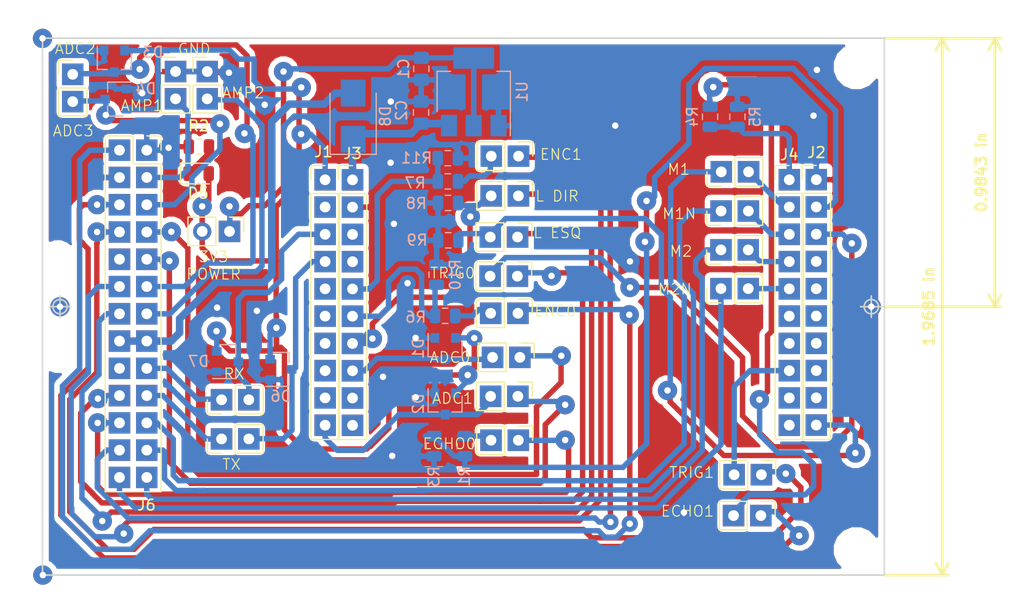
<source format=kicad_pcb>
(kicad_pcb (version 20171130) (host pcbnew 5.0.2+dfsg1-1)
  (layers (0 F.Cu signal) (31 B.Cu signal) (34 B.Paste user) (35 F.Paste user) (36 B.SilkS user) (37 F.SilkS user) (38 B.Mask user) (39 F.Mask user) (44 Edge.Cuts user))
  (net 0 "")
  (net 1 GND)
  (net 2 +5V)
  (net 3 "Net-(C1-Pad1)")
  (net 4 +3V3)
  (net 5 P1.3)
  (net 6 ADC2)
  (net 7 ADC3)
  (net 8 "Net-(D5-Pad1)")
  (net 9 ADC0)
  (net 10 ADC1)
  (net 11 D0)
  (net 12 AMP1)
  (net 13 Echo1)
  (net 14 Trig1)
  (net 15 "Net-(J6-Pad10)")
  (net 16 R_TCRT)
  (net 17 AMP2)
  (net 18 L_TCRT)
  (net 19 TXB)
  (net 20 RXB)
  (net 21 Trig0)
  (net 22 PWM1)
  (net 23 Echo0)
  (net 24 PWM1N)
  (net 25 D1)
  (net 26 PWM2)
  (net 27 PWM2N)
  (net 28 "Net-(J13-Pad2)")
  (net 29 P1.4)
  (net 30 P2.1)
  (net 31 P2.2)
  (net 32 P2.4)
  (net 33 P2.5)
  (net 34 "Net-(J19-Pad2)")
  (net 35 P1.7)
  (net 36 "Net-(J22-Pad2)")
  (net 37 "Net-(J23-Pad2)")
  (net 38 P2.0)
  (net 39 P1.2)
  (net 40 P1.1)
  (net 41 P1.5)
  (net 42 P1.6)
  (net 43 P5.3)
  (net 44 P5.1)
  (net 45 P5.0)
  (net 46 P5.4)
  (net 47 P3.5)
  (net 48 P3.1)
  (net 49 P3.6)
  (net 50 P5.2)
  (net 51 P4.5)
  (net 52 P3.4)
  (net 53 P3.2)
  (net 54 P3.3)
  (net 55 P3.7)
  (net 56 P6.4)
  (net 57 P6.3)
  (net 58 P6.2)
  (net 59 P6.1)
  (net 60 P6.0)
  (net 61 P3.0)
  (net 62 P4.4)
  (net 63 P4.7)
  (net 64 P4.6)
  (net 65 RST)
  (net 66 P4.0)
  (net 67 "Net-(J6-Pad18)")
  (net 68 +5VP)
  (module Diode_SMD:D_SMB (layer B.Cu) (at 199.9742 130.1623 90)
    (fp_text reference D8 (at 0 3 90) (layer B.SilkS) (effects (justify mirror)))
    (fp_text value D_Schottky)
    (pad 1 smd rect (at -2.15 0 90) (size 2.5 2.3) (layers B.Cu B.Paste B.Mask) (net 2 +5V))
    (pad 2 smd rect (at 2.15 0 90) (size 2.5 2.3) (layers B.Cu B.Paste B.Mask) (net 68 +5VP))
  )
  (module Package_TO_SOT_SMD:SOT-23 (layer B.Cu) (at 188.29 153.02)
    (fp_text reference D7 (at -2.7 -0.03) (layer B.SilkS) (effects (justify mirror)))
    (fp_text value BAT54S)
    (pad 3 smd rect (at 1 0) (size 0.9 0.8) (layers B.Cu B.Paste B.Mask) (net 42 P1.6))
    (pad 2 smd rect (at -1 -0.95) (size 0.9 0.8) (layers B.Cu B.Paste B.Mask) (net 4 +3V3))
    (pad 1 smd rect (at -1 0.95) (size 0.9 0.8) (layers B.Cu B.Paste B.Mask) (net 1 GND))
  )
  (module Package_TO_SOT_SMD:SOT-23 (layer B.Cu) (at 193.25 153.74)
    (fp_text reference D6 (at 0 2.5) (layer B.SilkS) (effects (justify mirror)))
    (fp_text value BAT54S)
    (pad 1 smd rect (at -1 0.95) (size 0.9 0.8) (layers B.Cu B.Paste B.Mask) (net 1 GND))
    (pad 2 smd rect (at -1 -0.95) (size 0.9 0.8) (layers B.Cu B.Paste B.Mask) (net 4 +3V3))
    (pad 3 smd rect (at 1 0) (size 0.9 0.8) (layers B.Cu B.Paste B.Mask) (net 35 P1.7))
  )
  (module Connector_PinHeader_2.54mm:PinHeader_1x10_P2.54mm_Vertical (layer F.Cu) (at 240.57 136.08)
    (fp_text reference J4 (at 0 -2.33) (layer F.SilkS))
    (fp_text value TI_BOOSTER_40_J4)
    (pad 10 thru_hole rect (at 0 22.86) (size 2 2) (drill 1) (layers *.Cu *.Mask) (net 53 P3.2))
    (pad 9 thru_hole rect (at 0 20.32) (size 2 2) (drill 1) (layers *.Cu *.Mask) (net 54 P3.3))
    (pad 8 thru_hole rect (at 0 17.78) (size 2 2) (drill 1) (layers *.Cu *.Mask) (net 32 P2.4))
    (pad 7 thru_hole rect (at 0 15.24) (size 2 2) (drill 1) (layers *.Cu *.Mask) (net 55 P3.7))
    (pad 6 thru_hole rect (at 0 12.7) (size 2 2) (drill 1) (layers *.Cu *.Mask) (net 56 P6.4))
    (pad 5 thru_hole rect (at 0 10.16) (size 2 2) (drill 1) (layers *.Cu *.Mask) (net 57 P6.3))
    (pad 4 thru_hole rect (at 0 7.62) (size 2 2) (drill 1) (layers *.Cu *.Mask) (net 58 P6.2))
    (pad 3 thru_hole rect (at 0 5.08) (size 2 2) (drill 1) (layers *.Cu *.Mask) (net 59 P6.1))
    (pad 2 thru_hole rect (at 0 2.54) (size 2 2) (drill 1) (layers *.Cu *.Mask) (net 60 P6.0))
    (pad 1 thru_hole rect (at 0 0) (size 2 2) (drill 1) (layers *.Cu *.Mask) (net 30 P2.1))
  )
  (module Connector_PinHeader_2.54mm:PinHeader_1x10_P2.54mm_Vertical (layer F.Cu) (at 243.08 136.07)
    (fp_text reference J2 (at 0.02 -2.53) (layer F.SilkS))
    (fp_text value TI_BOOSTER_40_J2)
    (pad 10 thru_hole rect (at 0 22.86) (size 2 2) (drill 1) (layers *.Cu *.Mask) (net 61 P3.0))
    (pad 9 thru_hole rect (at 0 20.32) (size 2 2) (drill 1) (layers *.Cu *.Mask) (net 33 P2.5))
    (pad 8 thru_hole rect (at 0 17.78) (size 2 2) (drill 1) (layers *.Cu *.Mask) (net 62 P4.4))
    (pad 7 thru_hole rect (at 0 15.24) (size 2 2) (drill 1) (layers *.Cu *.Mask) (net 63 P4.7))
    (pad 6 thru_hole rect (at 0 12.7) (size 2 2) (drill 1) (layers *.Cu *.Mask) (net 64 P4.6))
    (pad 5 thru_hole rect (at 0 10.16) (size 2 2) (drill 1) (layers *.Cu *.Mask) (net 65 RST))
    (pad 4 thru_hole rect (at 0 7.62) (size 2 2) (drill 1) (layers *.Cu *.Mask) (net 66 P4.0))
    (pad 3 thru_hole rect (at 0 5.08) (size 2 2) (drill 1) (layers *.Cu *.Mask) (net 31 P2.2))
    (pad 2 thru_hole rect (at 0 2.54) (size 2 2) (drill 1) (layers *.Cu *.Mask) (net 38 P2.0))
    (pad 1 thru_hole rect (at 0 0) (size 2 2) (drill 1) (layers *.Cu *.Mask) (net 1 GND))
  )
  (module MountingHole:MountingHole_3.2mm_M3 (layer F.Cu) (at 246.81 170.55)
    (fp_text reference H3 hide)
    (fp_text value MountingHole)
    (pad 1 np_thru_hole circle (at 0 0) (size 3.2 3.2) (drill 3.2) (layers *.Cu *.Mask))
  )
  (module MountingHole:MountingHole_3.2mm_M3 (layer F.Cu) (at 246.81 125.54)
    (fp_text reference H4 hide)
    (fp_text value MountingHole)
    (pad 1 np_thru_hole circle (at 0 0) (size 3.2 3.2) (drill 3.2) (layers *.Cu *.Mask))
  )
  (module MountingHole:MountingHole_2.2mm_M2 (layer F.Cu) (at 172.5 143.32)
    (fp_text reference H1 hide)
    (fp_text value MountingHole)
    (pad 1 np_thru_hole circle (at 0 0) (size 2.2 2.2) (drill 2.2) (layers *.Cu *.Mask))
  )
  (module MountingHole:MountingHole_2.2mm_M2 (layer F.Cu) (at 172.52 152.46)
    (fp_text reference H2 hide)
    (fp_text value MountingHole)
    (pad 1 np_thru_hole circle (at 0 0) (size 2.2 2.2) (drill 2.2) (layers *.Cu *.Mask))
  )
  (module Connector_PinHeader_2.54mm:PinHeader_1x02_P2.54mm_Vertical (layer F.Cu) (at 237.9218 167.3606 270)
    (fp_text reference J19 hide)
    (fp_text value Conn_01x02_Male)
    (pad 2 thru_hole rect (at 0 2.54 270) (size 2 2) (drill 1) (layers *.Cu *.Mask) (net 34 "Net-(J19-Pad2)"))
    (pad 1 thru_hole rect (at 0 0 270) (size 2 2) (drill 1) (layers *.Cu *.Mask) (net 13 Echo1))
  )
  (module Connector_PinHeader_2.54mm:PinHeader_1x02_P2.54mm_Vertical (layer F.Cu) (at 187.73 156.57 90)
    (fp_text reference J28 hide)
    (fp_text value Conn_01x02_Male)
    (pad 1 thru_hole rect (at 0 0 90) (size 2 2) (drill 1) (layers *.Cu *.Mask) (net 19 TXB))
    (pad 2 thru_hole rect (at 0 2.54 90) (size 2 2) (drill 1) (layers *.Cu *.Mask) (net 42 P1.6))
  )
  (module Connector_PinHeader_2.54mm:PinHeader_1x02_P2.54mm_Vertical (layer F.Cu) (at 187.73 160.22 90)
    (fp_text reference J27 hide)
    (fp_text value Conn_01x02_Male)
    (pad 2 thru_hole rect (at 0 2.54 90) (size 2 2) (drill 1) (layers *.Cu *.Mask) (net 35 P1.7))
    (pad 1 thru_hole rect (at 0 0 90) (size 2 2) (drill 1) (layers *.Cu *.Mask) (net 20 RXB))
  )
  (module Connector_PinHeader_2.54mm:PinHeader_1x02_P2.54mm_Vertical (layer F.Cu) (at 215.28 141.4145 270)
    (fp_text reference J25 hide)
    (fp_text value Conn_01x02_Male)
    (pad 1 thru_hole rect (at 0 0 270) (size 2 2) (drill 1) (layers *.Cu *.Mask) (net 18 L_TCRT))
    (pad 2 thru_hole rect (at 0 2.54 270) (size 2 2) (drill 1) (layers *.Cu *.Mask) (net 61 P3.0))
  )
  (module Connector_PinHeader_2.54mm:PinHeader_1x02_P2.54mm_Vertical (layer F.Cu) (at 215.37 133.88 270)
    (fp_text reference J23 hide)
    (fp_text value Conn_01x02_Male)
    (pad 2 thru_hole rect (at 0 2.54 270) (size 2 2) (drill 1) (layers *.Cu *.Mask) (net 37 "Net-(J23-Pad2)"))
    (pad 1 thru_hole rect (at 0 0 270) (size 2 2) (drill 1) (layers *.Cu *.Mask) (net 25 D1))
  )
  (module Connector_PinHeader_2.54mm:PinHeader_1x02_P2.54mm_Vertical (layer F.Cu) (at 188.47 140.89 270)
    (fp_text reference J7 hide)
    (fp_text value Conn_01x02_Male)
    (pad 1 thru_hole rect (at 0 0 270) (size 2 2) (drill 1) (layers *.Cu *.Mask) (net 3 "Net-(C1-Pad1)"))
    (pad 2 thru_hole oval (at 0 2.54 270) (size 1.7 1.7) (drill 1) (layers *.Cu *.Mask) (net 4 +3V3))
  )
  (module Connector_PinHeader_2.54mm:PinHeader_1x02_P2.54mm_Vertical (layer F.Cu) (at 173.88 126.26)
    (fp_text reference J8 hide)
    (fp_text value Conn_01x02_Male)
    (pad 2 thru_hole rect (at 0 2.54) (size 2 2) (drill 1) (layers *.Cu *.Mask) (net 7 ADC3))
    (pad 1 thru_hole rect (at 0 0) (size 2 2) (drill 1) (layers *.Cu *.Mask) (net 6 ADC2))
  )
  (module Connector_PinHeader_2.54mm:PinHeader_1x02_P2.54mm_Vertical (layer F.Cu) (at 183.45 126)
    (fp_text reference J9 hide)
    (fp_text value Conn_01x02_Male)
    (pad 1 thru_hole rect (at 0 0) (size 2 2) (drill 1) (layers *.Cu *.Mask) (net 1 GND))
    (pad 2 thru_hole rect (at 0 2.54) (size 2 2) (drill 1) (layers *.Cu *.Mask) (net 12 AMP1))
  )
  (module Connector_PinHeader_2.54mm:PinHeader_1x02_P2.54mm_Vertical (layer F.Cu) (at 186.4 126)
    (fp_text reference J10 hide)
    (fp_text value Conn_01x02_Male)
    (pad 2 thru_hole rect (at 0 2.54) (size 2 2) (drill 1) (layers *.Cu *.Mask) (net 17 AMP2))
    (pad 1 thru_hole rect (at 0 0) (size 2 2) (drill 1) (layers *.Cu *.Mask) (net 1 GND))
  )
  (module Connector_PinHeader_2.54mm:PinHeader_1x02_P2.54mm_Vertical (layer F.Cu) (at 215.4936 152.62 270)
    (fp_text reference J12 hide)
    (fp_text value Conn_01x02_Male)
    (pad 1 thru_hole rect (at 0 0 270) (size 2 2) (drill 1) (layers *.Cu *.Mask) (net 9 ADC0))
    (pad 2 thru_hole rect (at 0 2.54 270) (size 2 2) (drill 1) (layers *.Cu *.Mask) (net 40 P1.1))
  )
  (module Connector_PinHeader_2.54mm:PinHeader_1x02_P2.54mm_Vertical (layer F.Cu) (at 215.35 160.34 270)
    (fp_text reference J13 hide)
    (fp_text value Conn_01x02_Male)
    (pad 2 thru_hole rect (at 0 2.54 270) (size 2 2) (drill 1) (layers *.Cu *.Mask) (net 28 "Net-(J13-Pad2)"))
    (pad 1 thru_hole rect (at 0 0 270) (size 2 2) (drill 1) (layers *.Cu *.Mask) (net 23 Echo0))
  )
  (module Connector_PinHeader_2.54mm:PinHeader_1x02_P2.54mm_Vertical (layer F.Cu) (at 234.24 135.34 90)
    (fp_text reference J15 hide)
    (fp_text value Conn_01x02_Male)
    (pad 1 thru_hole rect (at 0 0 90) (size 2 2) (drill 1) (layers *.Cu *.Mask) (net 22 PWM1))
    (pad 2 thru_hole rect (at 0 2.54 90) (size 2 2) (drill 1) (layers *.Cu *.Mask) (net 60 P6.0))
  )
  (module Connector_PinHeader_2.54mm:PinHeader_1x02_P2.54mm_Vertical (layer F.Cu) (at 234.22 138.99 90)
    (fp_text reference J16 hide)
    (fp_text value Conn_01x02_Male)
    (pad 2 thru_hole rect (at 0 2.54 90) (size 2 2) (drill 1) (layers *.Cu *.Mask) (net 59 P6.1))
    (pad 1 thru_hole rect (at 0 0 90) (size 2 2) (drill 1) (layers *.Cu *.Mask) (net 24 PWM1N))
  )
  (module Connector_PinHeader_2.54mm:PinHeader_1x02_P2.54mm_Vertical (layer F.Cu) (at 234.21 142.61 90)
    (fp_text reference J17 hide)
    (fp_text value Conn_01x02_Male)
    (pad 1 thru_hole rect (at 0 0 90) (size 2 2) (drill 1) (layers *.Cu *.Mask) (net 26 PWM2))
    (pad 2 thru_hole rect (at 0 2.54 90) (size 2 2) (drill 1) (layers *.Cu *.Mask) (net 58 P6.2))
  )
  (module Connector_PinHeader_2.54mm:PinHeader_1x02_P2.54mm_Vertical (layer F.Cu) (at 234.21 146.22 90)
    (fp_text reference J18 hide)
    (fp_text value Conn_01x02_Male)
    (pad 2 thru_hole rect (at 0 2.54 90) (size 2 2) (drill 1) (layers *.Cu *.Mask) (net 57 P6.3))
    (pad 1 thru_hole rect (at 0 0 90) (size 2 2) (drill 1) (layers *.Cu *.Mask) (net 27 PWM2N))
  )
  (module Connector_PinHeader_2.54mm:PinHeader_1x02_P2.54mm_Vertical (layer F.Cu) (at 237.9726 163.5506 270)
    (fp_text reference J20 hide)
    (fp_text value Conn_01x02_Male)
    (pad 1 thru_hole rect (at 0 0 270) (size 2 2) (drill 1) (layers *.Cu *.Mask) (net 14 Trig1))
    (pad 2 thru_hole rect (at 0 2.54 270) (size 2 2) (drill 1) (layers *.Cu *.Mask) (net 32 P2.4))
  )
  (module Connector_PinHeader_2.54mm:PinHeader_1x02_P2.54mm_Vertical (layer F.Cu) (at 215.31 156.25 270)
    (fp_text reference J21 hide)
    (fp_text value Conn_01x02_Male)
    (pad 2 thru_hole rect (at 0 2.54 270) (size 2 2) (drill 1) (layers *.Cu *.Mask) (net 39 P1.2))
    (pad 1 thru_hole rect (at 0 0 270) (size 2 2) (drill 1) (layers *.Cu *.Mask) (net 10 ADC1))
  )
  (module Connector_PinHeader_2.54mm:PinHeader_1x02_P2.54mm_Vertical (layer F.Cu) (at 215.3158 148.5138 270)
    (fp_text reference J22 hide)
    (fp_text value Conn_01x02_Male)
    (pad 1 thru_hole rect (at 0 0 270) (size 2 2) (drill 1) (layers *.Cu *.Mask) (net 11 D0))
    (pad 2 thru_hole rect (at 0 2.54 270) (size 2 2) (drill 1) (layers *.Cu *.Mask) (net 36 "Net-(J22-Pad2)"))
  )
  (module Connector_PinHeader_2.54mm:PinHeader_1x02_P2.54mm_Vertical (layer F.Cu) (at 215.36 137.58 270)
    (fp_text reference J24 hide)
    (fp_text value Conn_01x02_Male)
    (pad 2 thru_hole rect (at 0 2.54 270) (size 2 2) (drill 1) (layers *.Cu *.Mask) (net 46 P5.4))
    (pad 1 thru_hole rect (at 0 0 270) (size 2 2) (drill 1) (layers *.Cu *.Mask) (net 16 R_TCRT))
  )
  (module Connector_PinHeader_2.54mm:PinHeader_1x02_P2.54mm_Vertical (layer F.Cu) (at 215.265 145.0594 270)
    (fp_text reference J14 hide)
    (fp_text value Conn_01x02_Male)
    (pad 1 thru_hole rect (at 0 0 270) (size 2 2) (drill 1) (layers *.Cu *.Mask) (net 21 Trig0))
    (pad 2 thru_hole rect (at 0 2.54 270) (size 2 2) (drill 1) (layers *.Cu *.Mask) (net 31 P2.2))
  )
  (module Connector_PinHeader_2.54mm:PinHeader_1x10_P2.54mm_Vertical (layer F.Cu) (at 199.92 136.09)
    (fp_text reference J3 (at 0.01 -2.46) (layer F.SilkS))
    (fp_text value TI_BOOSTER_40_J3)
    (pad 1 thru_hole rect (at 0 0) (size 2 2) (drill 1) (layers *.Cu *.Mask) (net 2 +5V))
    (pad 2 thru_hole rect (at 0 2.54) (size 2 2) (drill 1) (layers *.Cu *.Mask) (net 1 GND))
    (pad 3 thru_hole rect (at 0 5.08) (size 2 2) (drill 1) (layers *.Cu *.Mask) (net 29 P1.4))
    (pad 4 thru_hole rect (at 0 7.62) (size 2 2) (drill 1) (layers *.Cu *.Mask) (net 43 P5.3))
    (pad 5 thru_hole rect (at 0 10.16) (size 2 2) (drill 1) (layers *.Cu *.Mask) (net 44 P5.1))
    (pad 6 thru_hole rect (at 0 12.7) (size 2 2) (drill 1) (layers *.Cu *.Mask) (net 45 P5.0))
    (pad 7 thru_hole rect (at 0 15.24) (size 2 2) (drill 1) (layers *.Cu *.Mask) (net 46 P5.4))
    (pad 8 thru_hole rect (at 0 17.78) (size 2 2) (drill 1) (layers *.Cu *.Mask) (net 40 P1.1))
    (pad 9 thru_hole rect (at 0 20.32) (size 2 2) (drill 1) (layers *.Cu *.Mask) (net 47 P3.5))
    (pad 10 thru_hole rect (at 0 22.86) (size 2 2) (drill 1) (layers *.Cu *.Mask) (net 48 P3.1))
  )
  (module Capacitor_SMD:C_0805_2012Metric_Pad1.15x1.40mm_HandSolder (layer B.Cu) (at 206.2988 129.8194 90)
    (fp_text reference C2 (at 0.2032 -1.8288 90) (layer B.SilkS) (effects (justify mirror)))
    (fp_text value 100n)
    (pad 2 smd roundrect (at 1.025 0 90) (size 1.15 1.4) (layers B.Cu B.Paste B.Mask) (roundrect_rratio 0.217391) (net 1 GND))
    (pad 1 smd roundrect (at -1.025 0 90) (size 1.15 1.4) (layers B.Cu B.Paste B.Mask) (roundrect_rratio 0.217391) (net 2 +5V))
  )
  (module Capacitor_SMD:C_0805_2012Metric_Pad1.15x1.40mm_HandSolder (layer B.Cu) (at 206.3242 125.7464 270)
    (fp_text reference C1 (at 0 1.65 270) (layer B.SilkS) (effects (justify mirror)))
    (fp_text value 100n)
    (pad 1 smd roundrect (at -1.025 0 270) (size 1.15 1.4) (layers B.Cu B.Paste B.Mask) (roundrect_rratio 0.217391) (net 3 "Net-(C1-Pad1)"))
    (pad 2 smd roundrect (at 1.025 0 270) (size 1.15 1.4) (layers B.Cu B.Paste B.Mask) (roundrect_rratio 0.217391) (net 1 GND))
  )
  (module Connector_PinSocket_2.54mm:PinSocket_2x13_P2.54mm_Vertical (layer F.Cu) (at 180.7718 133.3246)
    (fp_text reference J6 (at -0.0218 33.0554) (layer F.SilkS))
    (fp_text value Conn_02x13_Odd_Even)
    (pad 1 thru_hole rect (at 0 0) (size 2 2) (drill 1) (layers *.Cu *.Mask) (net 1 GND))
    (pad 2 thru_hole rect (at -2.54 0) (size 2 2) (drill 1) (layers *.Cu *.Mask) (net 11 D0))
    (pad 3 thru_hole rect (at 0 2.54) (size 2 2) (drill 1) (layers *.Cu *.Mask) (net 12 AMP1))
    (pad 4 thru_hole rect (at -2.54 2.54) (size 2 2) (drill 1) (layers *.Cu *.Mask) (net 1 GND))
    (pad 5 thru_hole rect (at 0 5.08) (size 2 2) (drill 1) (layers *.Cu *.Mask) (net 7 ADC3))
    (pad 6 thru_hole rect (at -2.54 5.08) (size 2 2) (drill 1) (layers *.Cu *.Mask) (net 13 Echo1))
    (pad 7 thru_hole rect (at 0 7.62) (size 2 2) (drill 1) (layers *.Cu *.Mask) (net 9 ADC0))
    (pad 8 thru_hole rect (at -2.54 7.62) (size 2 2) (drill 1) (layers *.Cu *.Mask) (net 14 Trig1))
    (pad 9 thru_hole rect (at 0 10.16) (size 2 2) (drill 1) (layers *.Cu *.Mask) (net 10 ADC1))
    (pad 10 thru_hole rect (at -2.54 10.16) (size 2 2) (drill 1) (layers *.Cu *.Mask) (net 15 "Net-(J6-Pad10)"))
    (pad 11 thru_hole rect (at 0 12.7) (size 2 2) (drill 1) (layers *.Cu *.Mask) (net 6 ADC2))
    (pad 12 thru_hole rect (at -2.54 12.7) (size 2 2) (drill 1) (layers *.Cu *.Mask) (net 16 R_TCRT))
    (pad 13 thru_hole rect (at 0 15.24) (size 2 2) (drill 1) (layers *.Cu *.Mask) (net 17 AMP2))
    (pad 14 thru_hole rect (at -2.54 15.24) (size 2 2) (drill 1) (layers *.Cu *.Mask) (net 18 L_TCRT))
    (pad 15 thru_hole rect (at 0 17.78) (size 2 2) (drill 1) (layers *.Cu *.Mask) (net 68 +5VP))
    (pad 16 thru_hole rect (at -2.54 17.78) (size 2 2) (drill 1) (layers *.Cu *.Mask) (net 68 +5VP))
    (pad 17 thru_hole rect (at 0 20.32) (size 2 2) (drill 1) (layers *.Cu *.Mask) (net 19 TXB))
    (pad 18 thru_hole rect (at -2.54 20.32) (size 2 2) (drill 1) (layers *.Cu *.Mask) (net 67 "Net-(J6-Pad18)"))
    (pad 19 thru_hole rect (at 0 22.86) (size 2 2) (drill 1) (layers *.Cu *.Mask) (net 20 RXB))
    (pad 20 thru_hole rect (at -2.54 22.86) (size 2 2) (drill 1) (layers *.Cu *.Mask) (net 21 Trig0))
    (pad 21 thru_hole rect (at 0 25.4) (size 2 2) (drill 1) (layers *.Cu *.Mask) (net 22 PWM1))
    (pad 22 thru_hole rect (at -2.54 25.4) (size 2 2) (drill 1) (layers *.Cu *.Mask) (net 23 Echo0))
    (pad 23 thru_hole rect (at 0 27.94) (size 2 2) (drill 1) (layers *.Cu *.Mask) (net 24 PWM1N))
    (pad 24 thru_hole rect (at -2.54 27.94) (size 2 2) (drill 1) (layers *.Cu *.Mask) (net 25 D1))
    (pad 25 thru_hole rect (at 0 30.48) (size 2 2) (drill 1) (layers *.Cu *.Mask) (net 26 PWM2))
    (pad 26 thru_hole rect (at -2.54 30.48) (size 2 2) (drill 1) (layers *.Cu *.Mask) (net 27 PWM2N))
  )
  (module LED_SMD:LED_0805_2012Metric (layer F.Cu) (at 185.6 135.5)
    (fp_text reference D5 (at -0.04 1.83) (layer F.SilkS))
    (fp_text value LED)
    (pad 1 smd roundrect (at -0.9375 0) (size 0.975 1.4) (layers F.Cu F.Paste F.Mask) (net 8 "Net-(D5-Pad1)"))
    (pad 2 smd roundrect (at 0.9375 0) (size 0.975 1.4) (layers F.Cu F.Paste F.Mask) (net 4 +3V3))
  )
  (module Package_TO_SOT_SMD:SOT-223-3_TabPin2 (layer B.Cu) (at 211.201 127.889 90)
    (fp_text reference U1 (at 0 4.5 90) (layer B.SilkS) (effects (justify mirror)))
    (fp_text value NCP1117-3.3_SOT223)
    (pad 2 smd rect (at 3.15 0 90) (size 2 3.8) (layers B.Cu B.Paste B.Mask) (net 3 "Net-(C1-Pad1)"))
    (pad 2 smd rect (at -3.15 0 90) (size 2 1.5) (layers B.Cu B.Paste B.Mask) (net 3 "Net-(C1-Pad1)"))
    (pad 3 smd rect (at -3.15 -2.3 90) (size 2 1.5) (layers B.Cu B.Paste B.Mask) (net 2 +5V))
    (pad 1 smd rect (at -3.15 2.3 90) (size 2 1.5) (layers B.Cu B.Paste B.Mask) (net 1 GND))
  )
  (module Package_TO_SOT_SMD:SOT-23 (layer B.Cu) (at 208.534 151.8064 270)
    (fp_text reference D1 (at 0 2.5 270) (layer B.SilkS) (effects (justify mirror)))
    (fp_text value BAT54S)
    (pad 1 smd rect (at -1 0.95 270) (size 0.9 0.8) (layers B.Cu B.Paste B.Mask) (net 1 GND))
    (pad 2 smd rect (at -1 -0.95 270) (size 0.9 0.8) (layers B.Cu B.Paste B.Mask) (net 4 +3V3))
    (pad 3 smd rect (at 1 0 270) (size 0.9 0.8) (layers B.Cu B.Paste B.Mask) (net 40 P1.1))
  )
  (module Package_TO_SOT_SMD:SOT-23 (layer B.Cu) (at 208.534 156.9466 270)
    (fp_text reference D2 (at 0 2.5 270) (layer B.SilkS) (effects (justify mirror)))
    (fp_text value BAT54S)
    (pad 3 smd rect (at 1 0 270) (size 0.9 0.8) (layers B.Cu B.Paste B.Mask) (net 39 P1.2))
    (pad 2 smd rect (at -1 -0.95 270) (size 0.9 0.8) (layers B.Cu B.Paste B.Mask) (net 4 +3V3))
    (pad 1 smd rect (at -1 0.95 270) (size 0.9 0.8) (layers B.Cu B.Paste B.Mask) (net 1 GND))
  )
  (module Package_TO_SOT_SMD:SOT-23 (layer B.Cu) (at 177.7492 125.0442 270)
    (fp_text reference D3 (at -0.8442 -3.6008) (layer B.SilkS) (effects (justify mirror)))
    (fp_text value BAT54S)
    (pad 1 smd rect (at -1 0.95 270) (size 0.9 0.8) (layers B.Cu B.Paste B.Mask) (net 1 GND))
    (pad 2 smd rect (at -1 -0.95 270) (size 0.9 0.8) (layers B.Cu B.Paste B.Mask) (net 4 +3V3))
    (pad 3 smd rect (at 1 0 270) (size 0.9 0.8) (layers B.Cu B.Paste B.Mask) (net 6 ADC2))
  )
  (module Package_TO_SOT_SMD:SOT-23 (layer B.Cu) (at 177.8889 128.5621 180)
    (fp_text reference D4 (at -2.7813 0.9652 180) (layer B.SilkS) (effects (justify mirror)))
    (fp_text value BAT54S)
    (pad 3 smd rect (at 1 0 180) (size 0.9 0.8) (layers B.Cu B.Paste B.Mask) (net 7 ADC3))
    (pad 2 smd rect (at -1 -0.95 180) (size 0.9 0.8) (layers B.Cu B.Paste B.Mask) (net 4 +3V3))
    (pad 1 smd rect (at -1 0.95 180) (size 0.9 0.8) (layers B.Cu B.Paste B.Mask) (net 1 GND))
  )
  (module Resistor_SMD:R_0805_2012Metric (layer B.Cu) (at 208.788448 134.071436)
    (fp_text reference R11 (at -2.913448 -0.021436) (layer B.SilkS) (effects (justify mirror)))
    (fp_text value 20K)
    (pad 2 smd roundrect (at 0.9375 0) (size 0.975 1.4) (layers B.Cu B.Paste B.Mask) (net 1 GND))
    (pad 1 smd roundrect (at -0.9375 0) (size 0.975 1.4) (layers B.Cu B.Paste B.Mask) (net 44 P5.1))
  )
  (module Resistor_SMD:R_0805_2012Metric (layer B.Cu) (at 207.7466 144.9197 90)
    (fp_text reference R10 (at -0.0053 1.7284 90) (layer B.SilkS) (effects (justify mirror)))
    (fp_text value 20K)
    (pad 1 smd roundrect (at -0.9375 0 90) (size 0.975 1.4) (layers B.Cu B.Paste B.Mask) (net 45 P5.0))
    (pad 2 smd roundrect (at 0.9375 0 90) (size 0.975 1.4) (layers B.Cu B.Paste B.Mask) (net 1 GND))
  )
  (module Resistor_SMD:R_0805_2012Metric (layer B.Cu) (at 208.8261 141.7193 180)
    (fp_text reference R9 (at 2.9011 0.0193 180) (layer B.SilkS) (effects (justify mirror)))
    (fp_text value 20K)
    (pad 2 smd roundrect (at 0.9375 0 180) (size 0.975 1.4) (layers B.Cu B.Paste B.Mask) (net 1 GND))
    (pad 1 smd roundrect (at -0.9375 0 180) (size 0.975 1.4) (layers B.Cu B.Paste B.Mask) (net 61 P3.0))
  )
  (module Resistor_SMD:R_0805_2012Metric (layer B.Cu) (at 208.8111 138.2395 180)
    (fp_text reference R8 (at 2.9611 -0.0442 180) (layer B.SilkS) (effects (justify mirror)))
    (fp_text value 20K)
    (pad 1 smd roundrect (at -0.9375 0 180) (size 0.975 1.4) (layers B.Cu B.Paste B.Mask) (net 46 P5.4))
    (pad 2 smd roundrect (at 0.9375 0 180) (size 0.975 1.4) (layers B.Cu B.Paste B.Mask) (net 1 GND))
  )
  (module Resistor_SMD:R_0805_2012Metric (layer B.Cu) (at 208.790748 136.230436 180)
    (fp_text reference R7 (at 3.040748 -0.144564 180) (layer B.SilkS) (effects (justify mirror)))
    (fp_text value 10k)
    (pad 2 smd roundrect (at 0.9375 0 180) (size 0.975 1.4) (layers B.Cu B.Paste B.Mask) (net 44 P5.1))
    (pad 1 smd roundrect (at -0.9375 0 180) (size 0.975 1.4) (layers B.Cu B.Paste B.Mask) (net 37 "Net-(J23-Pad2)"))
  )
  (module Resistor_SMD:R_0805_2012Metric (layer B.Cu) (at 208.536748 148.752636 180)
    (fp_text reference R6 (at 2.736748 -0.122364 180) (layer B.SilkS) (effects (justify mirror)))
    (fp_text value 10k)
    (pad 1 smd roundrect (at -0.9375 0 180) (size 0.975 1.4) (layers B.Cu B.Paste B.Mask) (net 36 "Net-(J22-Pad2)"))
    (pad 2 smd roundrect (at 0.9375 0 180) (size 0.975 1.4) (layers B.Cu B.Paste B.Mask) (net 45 P5.0))
  )
  (module Resistor_SMD:R_0805_2012Metric (layer B.Cu) (at 233.1974 130.2131 270)
    (fp_text reference R4 (at 0 1.65 270) (layer B.SilkS) (effects (justify mirror)))
    (fp_text value 10k)
    (pad 1 smd roundrect (at -0.9375 0 270) (size 0.975 1.4) (layers B.Cu B.Paste B.Mask) (net 34 "Net-(J19-Pad2)"))
    (pad 2 smd roundrect (at 0.9375 0 270) (size 0.975 1.4) (layers B.Cu B.Paste B.Mask) (net 30 P2.1))
  )
  (module Resistor_SMD:R_0805_2012Metric (layer B.Cu) (at 207.4926 160.8813 270)
    (fp_text reference R3 (at 2.8437 -0.0074 270) (layer B.SilkS) (effects (justify mirror)))
    (fp_text value 20K)
    (pad 2 smd roundrect (at 0.9375 0 270) (size 0.975 1.4) (layers B.Cu B.Paste B.Mask) (net 1 GND))
    (pad 1 smd roundrect (at -0.9375 0 270) (size 0.975 1.4) (layers B.Cu B.Paste B.Mask) (net 38 P2.0))
  )
  (module Resistor_SMD:R_0805_2012Metric (layer B.Cu) (at 210.3755 160.8836 270)
    (fp_text reference R1 (at 2.8164 0.0505 270) (layer B.SilkS) (effects (justify mirror)))
    (fp_text value 10k)
    (pad 1 smd roundrect (at -0.9375 0 270) (size 0.975 1.4) (layers B.Cu B.Paste B.Mask) (net 28 "Net-(J13-Pad2)"))
    (pad 2 smd roundrect (at 0.9375 0 270) (size 0.975 1.4) (layers B.Cu B.Paste B.Mask) (net 38 P2.0))
  )
  (module Resistor_SMD:R_0805_2012Metric (layer B.Cu) (at 235.7374 130.2131 90)
    (fp_text reference R5 (at 0 1.65 90) (layer B.SilkS) (effects (justify mirror)))
    (fp_text value 20K)
    (pad 2 smd roundrect (at 0.9375 0 90) (size 0.975 1.4) (layers B.Cu B.Paste B.Mask) (net 1 GND))
    (pad 1 smd roundrect (at -0.9375 0 90) (size 0.975 1.4) (layers B.Cu B.Paste B.Mask) (net 30 P2.1))
  )
  (module Resistor_SMD:R_0805_2012Metric (layer F.Cu) (at 185.6209 133 180)
    (fp_text reference R2 (at 0.0277 1.9431 180) (layer F.SilkS))
    (fp_text value R)
    (pad 1 smd roundrect (at -0.9375 0 180) (size 0.975 1.4) (layers F.Cu F.Paste F.Mask) (net 8 "Net-(D5-Pad1)"))
    (pad 2 smd roundrect (at 0.9375 0 180) (size 0.975 1.4) (layers F.Cu F.Paste F.Mask) (net 1 GND))
  )
  (module Connector_PinHeader_2.54mm:PinHeader_1x10_P2.54mm_Vertical (layer F.Cu) (at 197.37 136.08)
    (fp_text reference J1 (at -0.15 -2.61) (layer F.SilkS))
    (fp_text value TI_BOOSTER_40_J1)
    (pad 1 thru_hole rect (at 0 0) (size 2 2) (drill 1) (layers *.Cu *.Mask) (net 4 +3V3))
    (pad 2 thru_hole rect (at 0 2.54) (size 2 2) (drill 1) (layers *.Cu *.Mask) (net 41 P1.5))
    (pad 3 thru_hole rect (at 0 5.08) (size 2 2) (drill 1) (layers *.Cu *.Mask) (net 42 P1.6))
    (pad 4 thru_hole rect (at 0 7.62) (size 2 2) (drill 1) (layers *.Cu *.Mask) (net 35 P1.7))
    (pad 5 thru_hole rect (at 0 10.16) (size 2 2) (drill 1) (layers *.Cu *.Mask) (net 49 P3.6))
    (pad 6 thru_hole rect (at 0 12.7) (size 2 2) (drill 1) (layers *.Cu *.Mask) (net 50 P5.2))
    (pad 7 thru_hole rect (at 0 15.24) (size 2 2) (drill 1) (layers *.Cu *.Mask) (net 51 P4.5))
    (pad 8 thru_hole rect (at 0 17.78) (size 2 2) (drill 1) (layers *.Cu *.Mask) (net 52 P3.4))
    (pad 9 thru_hole rect (at 0 20.32) (size 2 2) (drill 1) (layers *.Cu *.Mask) (net 5 P1.3))
    (pad 10 thru_hole rect (at 0 22.86) (size 2 2) (drill 1) (layers *.Cu *.Mask) (net 39 P1.2))
  )
  (target plus (at 172.7 147.9) (size 2) (width 0.14986) (layer Edge.Cuts))
  (target plus (at 248.2 147.9) (size 2) (width 0.14986) (layer Edge.Cuts))
  (dimension 25.000799 (width 0.25) (layer F.SilkS) (gr_text "25.001 mm" (at 261.2 135.400399 270) (layer F.SilkS) (effects (font (size 1 1) (thickness 0.25)))) (feature1 (pts (xy 249.4 147.900799) (xy 260.286421 147.900799))) (feature2 (pts (xy 249.4 122.9) (xy 260.286421 122.9))) (crossbar (pts (xy 259.7 122.9) (xy 259.7 147.900799))) (arrow1a (pts (xy 259.7 147.900799) (xy 259.113579 146.774295))) (arrow1b (pts (xy 259.7 147.900799) (xy 260.286421 146.774295))) (arrow2a (pts (xy 259.7 122.9) (xy 259.113579 124.026504))) (arrow2b (pts (xy 259.7 122.9) (xy 260.286421 124.026504))))
  (dimension 50.000899 (width 0.25) (layer F.SilkS) (gr_text "50.001 mm" (at 256.3 147.900449 270) (layer F.SilkS) (effects (font (size 1 1) (thickness 0.25)))) (feature1 (pts (xy 249.4 172.900899) (xy 255.386421 172.900899))) (feature2 (pts (xy 249.4 122.9) (xy 255.386421 122.9))) (crossbar (pts (xy 254.8 122.9) (xy 254.8 172.900899))) (arrow1a (pts (xy 254.8 172.900899) (xy 254.213579 171.774395))) (arrow1b (pts (xy 254.8 172.900899) (xy 255.386421 171.774395))) (arrow2a (pts (xy 254.8 122.9) (xy 254.213579 124.026504))) (arrow2b (pts (xy 254.8 122.9) (xy 255.386421 124.026504))))
  (gr_text M2N (at 229.92 146.27) (layer F.SilkS) (effects (font (size 1 1) (thickness 0.1))))
  (gr_text M2 (at 230.49 142.74) (layer F.SilkS) (effects (font (size 1 1) (thickness 0.1))))
  (gr_text M1N (at 230.32 139.24) (layer F.SilkS) (effects (font (size 1 1) (thickness 0.1))))
  (gr_text M1 (at 230.28 135.11) (layer F.SilkS) (effects (font (size 1 1) (thickness 0.1))))
  (gr_text ECHO1 (at 231.1 166.95) (layer F.SilkS) (effects (font (size 1 1) (thickness 0.1))))
  (gr_text TRIG1 (at 231.49 163.34) (layer F.SilkS) (effects (font (size 1 1) (thickness 0.1))))
  (gr_text ECHO0 (at 208.93 160.67) (layer F.SilkS) (effects (font (size 1 1) (thickness 0.1))))
  (gr_text ADC1 (at 209.23 156.44) (layer F.SilkS) (effects (font (size 1 1) (thickness 0.1))))
  (gr_text ADC0 (at 209 152.63) (layer F.SilkS) (effects (font (size 1 1) (thickness 0.1))))
  (gr_text ENC0 (at 218.79 148.3) (layer F.SilkS) (effects (font (size 1 1) (thickness 0.1))))
  (gr_text TRIG0 (at 209.24 144.77) (layer F.SilkS) (effects (font (size 1 1) (thickness 0.1))))
  (gr_text "L ESQ" (at 218.98 141.01) (layer F.SilkS) (effects (font (size 1 1) (thickness 0.1))))
  (gr_text "L DIR" (at 218.96 137.6) (layer F.SilkS) (effects (font (size 1 1) (thickness 0.1))))
  (gr_text ENC1 (at 219.32 133.72) (layer F.SilkS) (effects (font (size 1 1) (thickness 0.1))))
  (gr_text TX (at 188.66 162.59) (layer F.SilkS) (effects (font (size 1 1) (thickness 0.1))))
  (gr_text RX (at 188.9 154.16) (layer F.SilkS) (effects (font (size 1 1) (thickness 0.1))))
  (gr_text "3V3\nPOWER" (at 186.9948 144.0561) (layer F.SilkS) (effects (font (size 1 1) (thickness 0.1))))
  (gr_text AMP1 (at 180.31 129.17) (layer F.SilkS) (effects (font (size 1 1) (thickness 0.1))))
  (gr_text AMP2 (at 189.76 127.98) (layer F.SilkS) (effects (font (size 1 1) (thickness 0.1))))
  (gr_text GND (at 185.19 123.91) (layer F.SilkS) (effects (font (size 1 1) (thickness 0.1))))
  (gr_text ADC2 (at 174.11 123.86) (layer F.SilkS) (effects (font (size 1 1) (thickness 0.1))))
  (gr_text ADC3 (at 173.925 131.525) (layer F.SilkS) (effects (font (size 1 1) (thickness 0.1))))
  (gr_line (start 249.42 172.9) (end 171.069 172.8978) (layer Edge.Cuts) (width 0.14986))
  (gr_line (start 171.069 122.89217) (end 249.42 122.89217) (angle 90) (layer Edge.Cuts) (width 0.15))
  (gr_line (start 171.069 172.8978) (end 171.069 122.8852) (angle 90) (layer Edge.Cuts) (width 0.14986))
  (gr_line (start 249.42 122.90217) (end 249.42 172.9) (angle 90) (layer Edge.Cuts) (width 0.14986))
  (via (at 171.1 172.9) (size 1.8) (drill 0.6) (layers F.Cu B.Cu) (net 0))
  (via (at 171.069 122.9106) (size 1.8) (drill 0.6) (layers F.Cu B.Cu) (net 0))
  (via (at 172.6946 147.9042) (size 1.8) (drill 0.6) (layers F.Cu B.Cu) (net 0))
  (via (at 180.34 128.016) (size 1.8) (drill 0.6) (layers F.Cu B.Cu) (net 1))
  (segment (start 178.8889 127.6121) (end 180.1767 127.6121) (width 0.508) (layer B.Cu) (net 1))
  (segment (start 180.1767 127.6121) (end 180.1996 127.635) (width 0.508) (layer B.Cu) (net 1))
  (segment (start 207.584 150.8064) (end 205.7908 150.8064) (width 0.508) (layer B.Cu) (net 1))
  (via (at 205.8035 156.337) (size 1.8) (drill 0.6) (layers F.Cu B.Cu) (net 1))
  (segment (start 205.6892 155.9466) (end 205.6892 156.0456) (width 0.508) (layer B.Cu) (net 1))
  (segment (start 207.584 155.9466) (end 205.6892 156.0456) (width 0.508) (layer B.Cu) (net 1))
  (segment (start 187.794 126.0856) (end 187.8194 126.111) (width 0.508) (layer F.Cu) (net 1))
  (segment (start 186.436 126.0856) (end 187.794 126.0856) (width 0.508) (layer F.Cu) (net 1))
  (via (at 188.4172 126.111) (size 1.8) (drill 0.6) (layers F.Cu B.Cu) (net 1))
  (segment (start 187.8194 126.111) (end 188.4172 126.111) (width 0.508) (layer F.Cu) (net 1))
  (segment (start 206.2988 126.7968) (end 206.3242 126.7714) (width 0.508) (layer B.Cu) (net 1))
  (segment (start 206.2988 128.7944) (end 206.2988 126.7968) (width 0.508) (layer B.Cu) (net 1))
  (segment (start 206.2988 128.7944) (end 203.4794 128.7944) (width 0.508) (layer B.Cu) (net 1))
  (via (at 203.4794 128.7944) (size 1.8) (drill 0.6) (layers F.Cu B.Cu) (net 1))
  (segment (start 209.267138 132.812626) (end 205.147074 132.812626) (width 0.508) (layer B.Cu) (net 1))
  (segment (start 209.725948 134.071436) (end 209.725948 133.271436) (width 0.508) (layer B.Cu) (net 1))
  (segment (start 209.725948 133.271436) (end 209.267138 132.812626) (width 0.508) (layer B.Cu) (net 1))
  (via (at 203.4667 134.493) (size 1.8) (drill 0.6) (layers F.Cu B.Cu) (net 1))
  (segment (start 205.147074 132.812626) (end 203.4667 134.493) (width 0.508) (layer B.Cu) (net 1))
  (via (at 203.7715 140.185273) (size 1.8) (drill 0.6) (layers F.Cu B.Cu) (net 1))
  (segment (start 203.4667 140.1191) (end 203.532873 140.185273) (width 0.508) (layer F.Cu) (net 1))
  (segment (start 203.4667 134.493) (end 203.532873 140.185273) (width 0.508) (layer F.Cu) (net 1))
  (segment (start 188.4172 126.111) (end 191.4017 129.0955) (width 0.508) (layer B.Cu) (net 1))
  (via (at 191.7446 129.0955) (size 1.8) (drill 0.6) (layers F.Cu B.Cu) (net 1))
  (segment (start 191.4017 129.0955) (end 191.7446 129.0955) (width 0.508) (layer B.Cu) (net 1))
  (segment (start 243.105053 129.893947) (end 243.1415 129.8575) (width 0.508) (layer B.Cu) (net 1))
  (via (at 243.1415 125.8443) (size 1.8) (drill 0.6) (layers F.Cu B.Cu) (net 1))
  (segment (start 204.939201 156.795599) (end 204.939201 159.817499) (width 0.508) (layer F.Cu) (net 1))
  (segment (start 205.6892 156.0456) (end 204.939201 156.795599) (width 0.508) (layer F.Cu) (net 1))
  (via (at 203.61 161.798) (size 1.8) (drill 0.6) (layers F.Cu B.Cu) (net 1))
  (segment (start 204.939201 159.817499) (end 203.5937 161.163) (width 0.508) (layer F.Cu) (net 1))
  (segment (start 214.759 131.039) (end 214.7594 131.0386) (width 0.508) (layer B.Cu) (net 1))
  (segment (start 213.501 131.039) (end 214.759 131.039) (width 0.508) (layer B.Cu) (net 1))
  (via (at 224.3709 131.0386) (size 1.8) (drill 0.6) (layers F.Cu B.Cu) (net 1))
  (segment (start 214.7594 131.0386) (end 224.3709 131.0386) (width 0.508) (layer B.Cu) (net 1))
  (segment (start 225.120899 131.788599) (end 225.120899 143.066199) (width 0.508) (layer F.Cu) (net 1))
  (segment (start 224.3709 131.0386) (end 225.120899 131.788599) (width 0.508) (layer F.Cu) (net 1))
  (via (at 225.7425 143.6878) (size 1.8) (drill 0.6) (layers F.Cu B.Cu) (net 1))
  (segment (start 225.120899 143.066199) (end 225.7425 143.6878) (width 0.508) (layer F.Cu) (net 1))
  (via (at 205.0415 145.71337) (size 1.5) (drill 0.6) (layers F.Cu B.Cu) (net 1))
  (segment (start 205.040801 145.714069) (end 205.0415 145.71337) (width 0.508) (layer B.Cu) (net 1))
  (segment (start 205.0415 141.6939) (end 203.532873 140.185273) (width 0.508) (layer F.Cu) (net 1))
  (segment (start 205.0415 145.71337) (end 205.0415 141.6939) (width 0.508) (layer F.Cu) (net 1))
  (segment (start 180.7718 133.3246) (end 182.5754 133.3246) (width 0.508) (layer F.Cu) (net 1))
  (via (at 182.8 133.1) (size 1.8) (drill 0.6) (layers F.Cu B.Cu) (net 1))
  (segment (start 182.5754 133.3246) (end 182.8 133.1) (width 0.508) (layer F.Cu) (net 1))
  (segment (start 203.5937 162.1937) (end 203.61 162.21) (width 0.508) (layer F.Cu) (net 1))
  (segment (start 203.5937 161.163) (end 203.5937 162.1937) (width 0.508) (layer F.Cu) (net 1))
  (segment (start 243.1415 129.8575) (end 243.1415 125.8443) (width 0.508) (layer F.Cu) (net 1))
  (via (at 242.824 130.1115) (size 1.8) (drill 0.6) (layers F.Cu B.Cu) (net 1))
  (segment (start 205.040801 150.056401) (end 205.7908 150.8064) (width 0.508) (layer B.Cu) (net 1))
  (segment (start 204.291501 149.307101) (end 205.040801 150.056401) (width 0.508) (layer B.Cu) (net 1))
  (segment (start 204.291501 146.463369) (end 204.291501 149.307101) (width 0.508) (layer B.Cu) (net 1))
  (segment (start 205.0415 145.71337) (end 204.291501 146.463369) (width 0.508) (layer B.Cu) (net 1))
  (segment (start 207.7466 141.8613) (end 207.8886 141.7193) (width 0.508) (layer B.Cu) (net 1))
  (segment (start 207.7466 143.9822) (end 207.7466 141.8613) (width 0.508) (layer B.Cu) (net 1))
  (via (at 191.02 148.29) (size 1.8) (drill 0.6) (layers F.Cu B.Cu) (net 1))
  (via (at 187.32 147.99) (size 1.8) (drill 0.6) (layers F.Cu B.Cu) (net 1))
  (via (at 202.7555 154.432) (size 1.8) (drill 0.6) (layers F.Cu B.Cu) (net 1))
  (segment (start 205.7908 150.8064) (end 205.2762 150.8064) (width 0.508) (layer F.Cu) (net 1))
  (via (at 205.7908 150.8064) (size 1.8) (drill 0.6) (layers F.Cu B.Cu) (net 1))
  (via (at 248.2 147.9) (size 1.8) (drill 0.6) (layers F.Cu B.Cu) (net 1))
  (via (at 230.759 167.0685) (size 1.8) (drill 0.6) (layers F.Cu B.Cu) (net 1))
  (segment (start 183.45 126) (end 186.4 126) (width 0.508) (layer B.Cu) (net 1))
  (segment (start 205.36103 131.78217) (end 206.2988 130.8444) (width 0.7) (layer B.Cu) (net 2))
  (segment (start 199.925053 131.78217) (end 205.36103 131.78217) (width 0.7) (layer B.Cu) (net 2))
  (segment (start 208.7064 130.8444) (end 208.901 131.039) (width 0.7) (layer B.Cu) (net 2))
  (segment (start 206.2988 130.8444) (end 208.7064 130.8444) (width 0.7) (layer B.Cu) (net 2))
  (segment (start 178.2318 151.1046) (end 180.7718 151.1046) (width 0.7) (layer B.Cu) (net 68))
  (segment (start 199.925053 134.534947) (end 199.925053 131.78217) (width 0.7) (layer B.Cu) (net 2))
  (segment (start 199.92 134.54) (end 199.925053 134.534947) (width 0.7) (layer B.Cu) (net 2))
  (segment (start 199.92 136.09) (end 199.92 134.54) (width 0.7) (layer B.Cu) (net 2))
  (segment (start 180.7718 151.1046) (end 181.973881 151.1046) (width 0.7) (layer B.Cu) (net 68))
  (segment (start 183.828081 150.321919) (end 183.0454 151.1046) (width 0.7) (layer B.Cu) (net 68))
  (segment (start 183.828081 149.019659) (end 183.828081 150.321919) (width 0.7) (layer B.Cu) (net 68))
  (segment (start 187.20414 145.6436) (end 183.828081 149.019659) (width 0.7) (layer B.Cu) (net 68))
  (segment (start 191.643 145.6436) (end 187.20414 145.6436) (width 0.7) (layer B.Cu) (net 68))
  (segment (start 192.41059 144.87601) (end 191.643 145.6436) (width 0.7) (layer B.Cu) (net 68))
  (segment (start 194.0433 129.032) (end 192.405 130.6703) (width 0.7) (layer B.Cu) (net 68))
  (segment (start 183.0454 151.1046) (end 180.7718 151.1046) (width 0.7) (layer B.Cu) (net 68))
  (segment (start 192.405 130.6703) (end 192.405 144.87042) (width 0.7) (layer B.Cu) (net 68))
  (segment (start 192.405 144.87042) (end 192.41059 144.87601) (width 0.7) (layer B.Cu) (net 68))
  (segment (start 211.201 126.247) (end 211.201 131.039) (width 0.508) (layer B.Cu) (net 3))
  (segment (start 211.201 124.739) (end 211.201 126.247) (width 0.508) (layer B.Cu) (net 3))
  (segment (start 206.2554 124.7902) (end 206.3242 124.7214) (width 0.508) (layer B.Cu) (net 3))
  (segment (start 211.1834 124.7214) (end 211.201 124.739) (width 0.508) (layer B.Cu) (net 3))
  (segment (start 206.3242 124.7214) (end 211.1834 124.7214) (width 0.508) (layer B.Cu) (net 3))
  (via (at 193.5 126) (size 1.8) (drill 0.6) (layers F.Cu B.Cu) (net 3))
  (segment (start 193.5 136.744314) (end 191.75 138.494314) (width 0.508) (layer F.Cu) (net 3))
  (via (at 188.468 138.557) (size 1.8) (drill 0.6) (layers F.Cu B.Cu) (net 3))
  (segment (start 188.5 140.75) (end 188.5 139.25) (width 0.508) (layer B.Cu) (net 3))
  (segment (start 190.316346 138.494314) (end 191.75 138.494314) (width 0.508) (layer F.Cu) (net 3))
  (segment (start 189.56066 139.25) (end 190.316346 138.494314) (width 0.508) (layer F.Cu) (net 3))
  (segment (start 188.5 139.25) (end 189.56066 139.25) (width 0.508) (layer F.Cu) (net 3))
  (segment (start 194.249999 125.750001) (end 203.250001 125.750001) (width 0.508) (layer B.Cu) (net 3))
  (segment (start 193.5 126.5) (end 194.249999 125.750001) (width 0.508) (layer B.Cu) (net 3))
  (segment (start 204.278602 124.7214) (end 206.3242 124.7214) (width 0.508) (layer B.Cu) (net 3))
  (segment (start 203.250001 125.750001) (end 204.278602 124.7214) (width 0.508) (layer B.Cu) (net 3))
  (segment (start 193.5 136.744314) (end 193.5 126.5) (width 0.508) (layer F.Cu) (net 3))
  (via (at 195.1355 131.826) (size 1.8) (drill 0.6) (layers F.Cu B.Cu) (net 4))
  (segment (start 194.98883 131.78217) (end 194.945 131.826) (width 0.508) (layer B.Cu) (net 4))
  (segment (start 190.754 126.8476) (end 190.754 124.841) (width 0.508) (layer B.Cu) (net 4))
  (segment (start 194.945 127.6272) (end 191.5336 127.6272) (width 0.508) (layer B.Cu) (net 4))
  (via (at 192.83861 149.868914) (size 1.8) (drill 0.6) (layers F.Cu B.Cu) (net 4))
  (via (at 187.2615 150.1775) (size 1.8) (drill 0.6) (layers F.Cu B.Cu) (net 4))
  (segment (start 187.4164 149.8498) (end 187.4012 149.8346) (width 0.508) (layer B.Cu) (net 4))
  (segment (start 187.4012 150.89526) (end 188.52494 152.019) (width 0.508) (layer F.Cu) (net 4))
  (segment (start 187.4012 149.8346) (end 187.4012 150.89526) (width 0.508) (layer F.Cu) (net 4))
  (segment (start 188.52494 152.019) (end 192.5066 152.019) (width 0.508) (layer F.Cu) (net 4))
  (segment (start 192.5066 152.019) (end 192.83861 151.68699) (width 0.508) (layer F.Cu) (net 4))
  (segment (start 192.83861 148.808254) (end 192.8114 148.781044) (width 0.508) (layer F.Cu) (net 4))
  (segment (start 192.83861 149.868914) (end 192.83861 148.808254) (width 0.508) (layer F.Cu) (net 4))
  (segment (start 192.8114 138.5824) (end 194.945 136.4488) (width 0.508) (layer F.Cu) (net 4))
  (segment (start 191.5336 127.6272) (end 190.9064 127) (width 0.508) (layer B.Cu) (net 4))
  (segment (start 190.9064 127) (end 190.754 126.8476) (width 0.508) (layer B.Cu) (net 4))
  (segment (start 192.7883 149.818604) (end 192.83861 149.868914) (width 0.508) (layer B.Cu) (net 4))
  (segment (start 189.3062 124.841) (end 190.754 124.841) (width 0.508) (layer B.Cu) (net 4))
  (segment (start 188.456201 123.991001) (end 189.3062 124.841) (width 0.508) (layer B.Cu) (net 4))
  (segment (start 182.840999 123.991001) (end 188.456201 123.991001) (width 0.508) (layer B.Cu) (net 4))
  (segment (start 182.7878 124.0442) (end 182.840999 123.991001) (width 0.508) (layer B.Cu) (net 4))
  (via (at 210.6422 154.2669) (size 1.8) (drill 0.6) (layers F.Cu B.Cu) (net 4))
  (segment (start 210.6422 154.7884) (end 209.484 155.9466) (width 0.508) (layer B.Cu) (net 4))
  (segment (start 210.6422 154.2669) (end 210.6422 154.7884) (width 0.508) (layer B.Cu) (net 4))
  (via (at 211.2518 150.8252) (size 1.5) (drill 0.6) (layers F.Cu B.Cu) (net 4))
  (segment (start 209.484 150.8064) (end 211.233 150.8064) (width 0.508) (layer B.Cu) (net 4))
  (segment (start 211.233 150.8064) (end 211.2518 150.8252) (width 0.508) (layer B.Cu) (net 4))
  (segment (start 211.2518 153.6573) (end 210.6422 154.2669) (width 0.508) (layer F.Cu) (net 4))
  (segment (start 211.2518 150.8252) (end 211.2518 153.6573) (width 0.508) (layer F.Cu) (net 4))
  (segment (start 194.945 136.4488) (end 194.945 134.1374) (width 0.508) (layer F.Cu) (net 4))
  (segment (start 194.945 134.1374) (end 194.945 131.826) (width 0.508) (layer F.Cu) (net 4))
  (via (at 185.928 138.557) (size 1.8) (drill 0.6) (layers F.Cu B.Cu) (net 4))
  (segment (start 192.8114 142.5) (end 192.8114 138.5824) (width 0.508) (layer F.Cu) (net 4))
  (segment (start 197.37 134.722) (end 197.37 136.08) (width 0.508) (layer B.Cu) (net 4))
  (segment (start 197.37 133.19034) (end 197.37 134.722) (width 0.508) (layer B.Cu) (net 4))
  (segment (start 196.00566 131.826) (end 197.37 133.19034) (width 0.508) (layer B.Cu) (net 4))
  (segment (start 194.945 131.826) (end 196.00566 131.826) (width 0.508) (layer B.Cu) (net 4))
  (segment (start 187.29 149.9458) (end 187.4012 149.8346) (width 0.508) (layer B.Cu) (net 4))
  (segment (start 187.29 152.07) (end 187.29 149.9458) (width 0.508) (layer B.Cu) (net 4))
  (segment (start 192.25 150.457524) (end 192.83861 149.868914) (width 0.508) (layer B.Cu) (net 4))
  (segment (start 192.25 152.79) (end 192.25 150.457524) (width 0.508) (layer B.Cu) (net 4))
  (segment (start 192.83861 150.78) (end 192.83861 149.868914) (width 0.508) (layer F.Cu) (net 4))
  (segment (start 192.83861 150.78) (end 192.83861 151.260001) (width 0.508) (layer F.Cu) (net 4))
  (segment (start 192.83861 151.68699) (end 192.83861 150.78) (width 0.508) (layer F.Cu) (net 4))
  (segment (start 192.5066 152.019) (end 193.579609 152.019) (width 0.508) (layer F.Cu) (net 4))
  (segment (start 193.247599 151.68699) (end 193.579609 152.019) (width 0.508) (layer F.Cu) (net 4))
  (segment (start 192.83861 151.68699) (end 193.247599 151.68699) (width 0.508) (layer F.Cu) (net 4))
  (segment (start 210.6041 154.305) (end 210.6422 154.2669) (width 0.508) (layer F.Cu) (net 4))
  (segment (start 193.588609 152.01) (end 193.588609 159.378609) (width 0.508) (layer F.Cu) (net 4))
  (segment (start 193.579609 152.019) (end 193.588609 152.01) (width 0.508) (layer F.Cu) (net 4))
  (segment (start 195.37 161.16) (end 201.24 161.16) (width 0.508) (layer F.Cu) (net 4))
  (segment (start 193.588609 159.378609) (end 195.37 161.16) (width 0.508) (layer F.Cu) (net 4))
  (segment (start 201.24 161.16) (end 201.4855 160.9145) (width 0.508) (layer F.Cu) (net 4))
  (segment (start 201.4855 160.9145) (end 201.5855 160.9145) (width 0.508) (layer F.Cu) (net 4))
  (segment (start 201.5855 160.9145) (end 203.3 159.2) (width 0.508) (layer F.Cu) (net 4))
  (segment (start 203.3 159.2) (end 203.3 156.5) (width 0.508) (layer F.Cu) (net 4))
  (segment (start 205.5331 154.2669) (end 210.6422 154.2669) (width 0.508) (layer F.Cu) (net 4))
  (segment (start 203.3 156.5) (end 205.5331 154.2669) (width 0.508) (layer F.Cu) (net 4))
  (via (at 195.149517 127.4772) (size 1.8) (drill 0.6) (layers F.Cu B.Cu) (net 4))
  (segment (start 194.945 131.826) (end 194.945 127.681717) (width 0.508) (layer F.Cu) (net 4))
  (segment (start 194.945 127.681717) (end 195.149517 127.4772) (width 0.508) (layer F.Cu) (net 4))
  (segment (start 186.5375 135.5) (end 186.5375 136.3) (width 0.508) (layer F.Cu) (net 4))
  (segment (start 185.93 140.89) (end 185.93 142.4325) (width 0.508) (layer F.Cu) (net 4))
  (segment (start 187.1345 143.637) (end 192.8114 143.637) (width 0.508) (layer F.Cu) (net 4))
  (segment (start 192.8114 148.781044) (end 192.8114 143.637) (width 0.508) (layer F.Cu) (net 4))
  (segment (start 185.93 142.4325) (end 187.1345 143.637) (width 0.508) (layer F.Cu) (net 4))
  (segment (start 192.8114 143.637) (end 192.8114 142.5) (width 0.508) (layer F.Cu) (net 4))
  (segment (start 185.93 138.559) (end 185.928 138.557) (width 0.508) (layer F.Cu) (net 4))
  (segment (start 185.93 140.89) (end 185.93 138.559) (width 0.508) (layer F.Cu) (net 4))
  (segment (start 186.5375 137.9475) (end 185.928 138.557) (width 0.508) (layer F.Cu) (net 4))
  (segment (start 186.5375 135.5) (end 186.5375 137.9475) (width 0.508) (layer F.Cu) (net 4))
  (segment (start 181.8386 124.1712) (end 181.9656 124.0442) (width 0.508) (layer B.Cu) (net 4))
  (segment (start 181.716258 129.5121) (end 181.8386 129.389758) (width 0.508) (layer B.Cu) (net 4))
  (segment (start 181.8386 129.389758) (end 181.8386 124.1712) (width 0.508) (layer B.Cu) (net 4))
  (segment (start 178.8889 129.5121) (end 181.716258 129.5121) (width 0.508) (layer B.Cu) (net 4))
  (segment (start 178.6992 124.0442) (end 181.9656 124.0442) (width 0.508) (layer B.Cu) (net 4))
  (segment (start 181.9656 124.0442) (end 182.7878 124.0442) (width 0.508) (layer B.Cu) (net 4))
  (segment (start 197.385053 155.844251) (end 197.3834 155.845904) (width 0.508) (layer B.Cu) (net 5))
  (via (at 189.865 131.7625) (size 1.8) (drill 0.6) (layers F.Cu B.Cu) (net 6))
  (segment (start 176.8221 126.0442) (end 177.7492 126.0442) (width 0.508) (layer B.Cu) (net 6))
  (segment (start 190.107938 124.525138) (end 190.107938 124.852062) (width 0.508) (layer F.Cu) (net 6))
  (segment (start 189.10878 123.52598) (end 190.107938 124.525138) (width 0.508) (layer F.Cu) (net 6))
  (segment (start 190.107938 124.852062) (end 190.107938 131.456062) (width 0.508) (layer F.Cu) (net 6))
  (segment (start 181.30556 123.525) (end 189.10878 123.525) (width 0.508) (layer F.Cu) (net 6))
  (segment (start 180.1114 124.72014) (end 181.30556 123.52598) (width 0.508) (layer F.Cu) (net 6))
  (segment (start 177.7492 126.0442) (end 179.848 126.0442) (width 0.508) (layer B.Cu) (net 6))
  (segment (start 179.848 126.0442) (end 180.1114 125.7808) (width 0.508) (layer B.Cu) (net 6))
  (segment (start 180.1114 125.7808) (end 180.1114 124.72014) (width 0.508) (layer F.Cu) (net 6))
  (via (at 180.1114 125.7808) (size 1.8) (drill 0.6) (layers F.Cu B.Cu) (net 6))
  (segment (start 190.6524 143.6116) (end 190.6524 132.000524) (width 0.508) (layer B.Cu) (net 6))
  (segment (start 190.4238 143.8402) (end 190.6524 143.6116) (width 0.508) (layer B.Cu) (net 6))
  (segment (start 190.6524 132.000524) (end 190.107938 131.456062) (width 0.508) (layer B.Cu) (net 6))
  (segment (start 186.4614 143.8402) (end 190.4238 143.8402) (width 0.508) (layer B.Cu) (net 6))
  (segment (start 180.7718 146.0246) (end 184.277 146.0246) (width 0.508) (layer B.Cu) (net 6))
  (segment (start 184.277 146.0246) (end 186.4614 143.8402) (width 0.508) (layer B.Cu) (net 6))
  (segment (start 177.5934 126.2) (end 177.7492 126.0442) (width 0.508) (layer B.Cu) (net 6))
  (segment (start 173.9 126.2) (end 177.5934 126.2) (width 0.508) (layer B.Cu) (net 6))
  (via (at 187.579 130.8735) (size 1.8) (drill 0.6) (layers F.Cu B.Cu) (net 7))
  (segment (start 187.558723 130.564177) (end 177.249377 130.564177) (width 0.508) (layer F.Cu) (net 7))
  (via (at 176.9618 130.048) (size 1.8) (drill 0.6) (layers F.Cu B.Cu) (net 7))
  (segment (start 177.249377 130.564177) (end 176.9618 130.2766) (width 0.508) (layer F.Cu) (net 7))
  (segment (start 176.9618 130.2766) (end 176.9618 130.048) (width 0.508) (layer F.Cu) (net 7))
  (segment (start 176.9618 128.635) (end 176.8889 128.5621) (width 0.508) (layer B.Cu) (net 7))
  (segment (start 176.9618 130.048) (end 176.9618 128.635) (width 0.508) (layer B.Cu) (net 7))
  (segment (start 176.711 128.74) (end 176.8889 128.5621) (width 0.508) (layer B.Cu) (net 7))
  (segment (start 173.9 128.74) (end 176.711 128.74) (width 0.508) (layer B.Cu) (net 7))
  (segment (start 187.579 133.263167) (end 187.579 132.146292) (width 0.508) (layer B.Cu) (net 7))
  (segment (start 187.579 132.146292) (end 187.579 130.8735) (width 0.508) (layer B.Cu) (net 7))
  (segment (start 180.7718 138.4046) (end 183.3499 138.4046) (width 0.508) (layer B.Cu) (net 7))
  (segment (start 184.9755 135.866667) (end 187.579 133.263167) (width 0.508) (layer B.Cu) (net 7))
  (segment (start 184.9755 136.779) (end 184.9755 135.866667) (width 0.508) (layer B.Cu) (net 7))
  (segment (start 183.3499 138.4046) (end 184.9755 136.779) (width 0.508) (layer B.Cu) (net 7))
  (segment (start 186.5584 133.6041) (end 184.6625 135.5) (width 0.508) (layer F.Cu) (net 8))
  (segment (start 186.5584 133) (end 186.5584 133.6041) (width 0.508) (layer F.Cu) (net 8))
  (via (at 183.0578 140.9192) (size 1.8) (drill 0.6) (layers F.Cu B.Cu) (net 9))
  (segment (start 180.7718 140.9446) (end 183.0324 140.9446) (width 0.508) (layer B.Cu) (net 9))
  (segment (start 183.0324 140.9446) (end 183.0578 140.9192) (width 0.508) (layer B.Cu) (net 9))
  (segment (start 185.63589 163.53789) (end 185.64858 163.5252) (width 0.508) (layer F.Cu) (net 9))
  (segment (start 185.64858 163.5252) (end 217.043 163.5252) (width 0.508) (layer F.Cu) (net 9))
  (segment (start 217.043 157.2387) (end 219.329 154.9527) (width 0.508) (layer F.Cu) (net 9))
  (segment (start 217.043 163.5252) (end 217.043 157.2387) (width 0.508) (layer F.Cu) (net 9))
  (via (at 219.3544 152.4762) (size 1.8) (drill 0.6) (layers F.Cu B.Cu) (net 9))
  (segment (start 219.329 154.9527) (end 219.329 152.5016) (width 0.508) (layer F.Cu) (net 9))
  (segment (start 219.329 152.5016) (end 219.3544 152.4762) (width 0.508) (layer F.Cu) (net 9))
  (segment (start 219.3544 152.4762) (end 215.392 152.4762) (width 0.508) (layer B.Cu) (net 9))
  (segment (start 184.5945 162.4965) (end 185.1025 163.0045) (width 0.508) (layer F.Cu) (net 9))
  (segment (start 184.5945 142.4559) (end 184.5945 162.4965) (width 0.508) (layer F.Cu) (net 9))
  (segment (start 183.0578 140.9192) (end 184.5945 142.4559) (width 0.508) (layer F.Cu) (net 9))
  (segment (start 185.1025 163.0045) (end 185.63589 163.53789) (width 0.508) (layer F.Cu) (net 9))
  (via (at 182.872008 143.644992) (size 1.8) (drill 0.6) (layers F.Cu B.Cu) (net 10))
  (segment (start 180.7718 143.4846) (end 182.711616 143.4846) (width 0.508) (layer B.Cu) (net 10))
  (segment (start 182.711616 143.4846) (end 182.872008 143.644992) (width 0.508) (layer B.Cu) (net 10))
  (via (at 219.71 157.0355) (size 1.8) (drill 0.6) (layers F.Cu B.Cu) (net 10))
  (segment (start 215.3285 156.7307) (end 215.3158 156.718) (width 0.508) (layer B.Cu) (net 10))
  (segment (start 219.9513 156.7307) (end 215.3285 156.7307) (width 0.508) (layer B.Cu) (net 10))
  (segment (start 217.366986 164.3507) (end 217.85581 163.861876) (width 0.508) (layer F.Cu) (net 10))
  (segment (start 184.8612 164.3507) (end 217.366986 164.3507) (width 0.508) (layer F.Cu) (net 10))
  (segment (start 217.85581 158.88969) (end 219.71 157.0355) (width 0.508) (layer F.Cu) (net 10))
  (segment (start 217.85581 163.861876) (end 217.85581 158.88969) (width 0.508) (layer F.Cu) (net 10))
  (segment (start 182.872008 143.644992) (end 182.872008 162.361508) (width 0.508) (layer F.Cu) (net 10))
  (segment (start 182.872008 162.361508) (end 184.8612 164.3507) (width 0.508) (layer F.Cu) (net 10))
  (via (at 225.723864 168.120787) (size 1.5) (drill 0.6) (layers F.Cu B.Cu) (net 11))
  (via (at 225.679 148.6535) (size 1.8) (drill 0.6) (layers F.Cu B.Cu) (net 11))
  (segment (start 225.723864 168.120787) (end 225.723864 148.164964) (width 0.508) (layer F.Cu) (net 11))
  (segment (start 225.723864 148.164964) (end 225.7044 148.1455) (width 0.508) (layer F.Cu) (net 11))
  (segment (start 225.681464 148.168436) (end 225.7044 148.1455) (width 0.508) (layer B.Cu) (net 11))
  (segment (start 215.420148 148.168436) (end 225.681464 148.168436) (width 0.508) (layer B.Cu) (net 11))
  (segment (start 175.4886 133.3246) (end 174.5234 134.2898) (width 0.508) (layer B.Cu) (net 11))
  (segment (start 172.92319 155.289124) (end 172.92319 167.01769) (width 0.508) (layer B.Cu) (net 11))
  (segment (start 178.2318 133.3246) (end 175.4886 133.3246) (width 0.508) (layer B.Cu) (net 11))
  (segment (start 174.5234 134.2898) (end 174.5234 153.688914) (width 0.508) (layer B.Cu) (net 11))
  (segment (start 174.5234 153.688914) (end 172.92319 155.289124) (width 0.508) (layer B.Cu) (net 11))
  (segment (start 172.92319 167.468702) (end 172.92319 167.01769) (width 0.508) (layer B.Cu) (net 11))
  (segment (start 175.950289 170.495801) (end 172.92319 167.468702) (width 0.508) (layer B.Cu) (net 11))
  (segment (start 225.723864 168.120787) (end 224.477451 169.3672) (width 0.508) (layer B.Cu) (net 11))
  (segment (start 222.80951 168.77101) (end 181.050516 168.77101) (width 0.508) (layer B.Cu) (net 11))
  (segment (start 224.477451 169.3672) (end 223.4057 169.3672) (width 0.508) (layer B.Cu) (net 11))
  (segment (start 181.050516 168.77101) (end 179.325725 170.495801) (width 0.508) (layer B.Cu) (net 11))
  (segment (start 223.4057 169.3672) (end 222.80951 168.77101) (width 0.508) (layer B.Cu) (net 11))
  (segment (start 179.325725 170.495801) (end 175.950289 170.495801) (width 0.508) (layer B.Cu) (net 11))
  (segment (start 184.364999 129.500999) (end 183.515 128.651) (width 0.508) (layer B.Cu) (net 12))
  (segment (start 184.6072 129.7432) (end 184.364999 129.500999) (width 0.508) (layer B.Cu) (net 12))
  (segment (start 184.6072 135.085481) (end 184.6072 129.7432) (width 0.508) (layer B.Cu) (net 12))
  (segment (start 180.7718 135.8646) (end 183.828081 135.8646) (width 0.508) (layer B.Cu) (net 12))
  (segment (start 183.828081 135.8646) (end 184.6072 135.085481) (width 0.508) (layer B.Cu) (net 12))
  (via (at 176.149 138.4046) (size 1.8) (drill 0.6) (layers F.Cu B.Cu) (net 13))
  (segment (start 178.2318 138.4046) (end 176.149 138.4046) (width 0.508) (layer B.Cu) (net 13))
  (via (at 241.4905 169.2275) (size 1.8) (drill 0.6) (layers F.Cu B.Cu) (net 13))
  (segment (start 237.94 166.65) (end 237.95 166.64) (width 0.508) (layer B.Cu) (net 13))
  (segment (start 237.96 166.99) (end 239.318 166.99) (width 0.508) (layer B.Cu) (net 13))
  (segment (start 239.318 167.098) (end 241.28 169.06) (width 0.508) (layer B.Cu) (net 13))
  (segment (start 239.318 166.99) (end 239.318 167.098) (width 0.508) (layer B.Cu) (net 13))
  (segment (start 174.498 138.782808) (end 174.498 141.6685) (width 0.508) (layer F.Cu) (net 13))
  (segment (start 174.840199 142.048799) (end 175.3108 142.5194) (width 0.508) (layer F.Cu) (net 13))
  (segment (start 174.876208 138.4046) (end 174.498 138.782808) (width 0.508) (layer F.Cu) (net 13))
  (segment (start 176.149 138.4046) (end 174.876208 138.4046) (width 0.508) (layer F.Cu) (net 13))
  (segment (start 175.3108 142.5194) (end 175.3108 153.688914) (width 0.508) (layer F.Cu) (net 13))
  (segment (start 175.266486 153.688914) (end 172.7835 156.1719) (width 0.508) (layer F.Cu) (net 13))
  (segment (start 174.840199 142.010699) (end 174.840199 142.048799) (width 0.508) (layer F.Cu) (net 13))
  (segment (start 172.7835 156.1719) (end 172.7835 167.329012) (width 0.508) (layer F.Cu) (net 13))
  (segment (start 174.498 141.6685) (end 174.840199 142.010699) (width 0.508) (layer F.Cu) (net 13))
  (segment (start 175.3108 153.688914) (end 175.266486 153.688914) (width 0.508) (layer F.Cu) (net 13))
  (segment (start 172.7835 167.329012) (end 176.763099 171.308611) (width 0.508) (layer F.Cu) (net 13))
  (segment (start 176.763099 171.308611) (end 179.662401 171.308611) (width 0.508) (layer F.Cu) (net 13))
  (segment (start 179.929075 171.308611) (end 179.929077 171.308609) (width 0.508) (layer F.Cu) (net 13))
  (segment (start 179.662401 171.308611) (end 179.929075 171.308611) (width 0.508) (layer F.Cu) (net 13))
  (segment (start 180.994186 170.2435) (end 179.929075 171.308611) (width 0.508) (layer F.Cu) (net 13))
  (segment (start 241.28 169.06) (end 240.0965 170.2435) (width 0.508) (layer F.Cu) (net 13))
  (segment (start 240.0965 170.2435) (end 180.994186 170.2435) (width 0.508) (layer F.Cu) (net 13))
  (via (at 176.149 140.9446) (size 1.8) (drill 0.6) (layers F.Cu B.Cu) (net 14))
  (segment (start 178.2318 140.9446) (end 176.149 140.9446) (width 0.508) (layer B.Cu) (net 14))
  (via (at 240.24 163.45) (size 1.8) (drill 0.6) (layers F.Cu B.Cu) (net 14))
  (segment (start 240.07 163.28) (end 240.24 163.45) (width 0.508) (layer B.Cu) (net 14))
  (segment (start 237.98 163.28) (end 240.07 163.28) (width 0.508) (layer B.Cu) (net 14))
  (segment (start 240.377873 163.467873) (end 241.65 164.74) (width 0.508) (layer F.Cu) (net 14))
  (segment (start 241.65 164.74) (end 241.65 166.752974) (width 0.508) (layer F.Cu) (net 14))
  (segment (start 241.65 166.752974) (end 238.973386 169.429588) (width 0.508) (layer F.Cu) (net 14))
  (segment (start 221.40024 168.656028) (end 222.1738 169.429588) (width 0.508) (layer F.Cu) (net 14))
  (segment (start 179.592399 170.495801) (end 181.432172 168.656028) (width 0.508) (layer F.Cu) (net 14))
  (segment (start 177.099775 170.495801) (end 179.592399 170.495801) (width 0.508) (layer F.Cu) (net 14))
  (segment (start 173.609 167.005026) (end 177.099775 170.495801) (width 0.508) (layer F.Cu) (net 14))
  (segment (start 238.973386 169.429588) (end 222.1738 169.429588) (width 0.508) (layer F.Cu) (net 14))
  (segment (start 176.149 140.9446) (end 176.149 142.00526) (width 0.508) (layer F.Cu) (net 14))
  (segment (start 181.432172 168.656028) (end 221.40024 168.656028) (width 0.508) (layer F.Cu) (net 14))
  (segment (start 173.609 156.5402) (end 173.609 167.005026) (width 0.508) (layer F.Cu) (net 14))
  (segment (start 176.1236 142.03066) (end 176.1236 154.0256) (width 0.508) (layer F.Cu) (net 14))
  (segment (start 176.149 142.00526) (end 176.1236 142.03066) (width 0.508) (layer F.Cu) (net 14))
  (segment (start 176.1236 154.0256) (end 173.609 156.5402) (width 0.508) (layer F.Cu) (net 14))
  (segment (start 178.2318 146.0246) (end 176.276 146.0246) (width 0.508) (layer B.Cu) (net 16))
  (segment (start 176.276 146.0246) (end 176.2506 146.05) (width 0.508) (layer B.Cu) (net 16))
  (via (at 178.6255 169.037) (size 1.8) (drill 0.6) (layers F.Cu B.Cu) (net 16))
  (segment (start 178.411452 168.834251) (end 178.61559 168.630113) (width 0.508) (layer B.Cu) (net 16))
  (segment (start 215.2396 137.414) (end 221.5642 137.414) (width 0.508) (layer F.Cu) (net 16))
  (segment (start 223.0374 138.8872) (end 223.0374 143.1544) (width 0.508) (layer F.Cu) (net 16))
  (segment (start 221.5642 137.414) (end 223.0374 138.8872) (width 0.508) (layer F.Cu) (net 16))
  (segment (start 223.0374 165.8366) (end 223.0374 143.1544) (width 0.508) (layer F.Cu) (net 16))
  (segment (start 223.0374 143.1544) (end 223.0374 142.875) (width 0.508) (layer F.Cu) (net 16))
  (segment (start 178.61559 168.630113) (end 178.619887 168.630113) (width 0.508) (layer F.Cu) (net 16))
  (segment (start 176.276 146.0246) (end 175.3362 146.9644) (width 0.508) (layer B.Cu) (net 16))
  (segment (start 175.3362 146.9644) (end 175.3362 154.0256) (width 0.508) (layer B.Cu) (net 16))
  (segment (start 175.3362 154.0256) (end 173.736 155.6258) (width 0.508) (layer B.Cu) (net 16))
  (segment (start 173.736 155.6258) (end 173.736 166.624026) (width 0.508) (layer B.Cu) (net 16))
  (segment (start 178.335099 169.327401) (end 178.6255 169.037) (width 0.508) (layer B.Cu) (net 16))
  (segment (start 175.931375 169.327401) (end 178.335099 169.327401) (width 0.508) (layer B.Cu) (net 16))
  (segment (start 173.792988 166.681014) (end 173.792988 167.189014) (width 0.508) (layer B.Cu) (net 16))
  (segment (start 173.792988 167.189014) (end 175.931375 169.327401) (width 0.508) (layer B.Cu) (net 16))
  (segment (start 173.736 166.624026) (end 173.792988 166.681014) (width 0.508) (layer B.Cu) (net 16))
  (segment (start 221.222169 167.651831) (end 221.203255 167.651831) (width 0.508) (layer F.Cu) (net 16))
  (segment (start 178.6255 168.3131) (end 179.095382 167.843218) (width 0.508) (layer F.Cu) (net 16))
  (segment (start 178.6255 169.037) (end 178.6255 168.3131) (width 0.508) (layer F.Cu) (net 16))
  (segment (start 179.095382 167.843218) (end 221.030782 167.843218) (width 0.508) (layer F.Cu) (net 16))
  (segment (start 221.222169 167.651831) (end 221.4626 167.4114) (width 0.508) (layer F.Cu) (net 16))
  (segment (start 221.030782 167.843218) (end 221.4626 167.4114) (width 0.508) (layer F.Cu) (net 16))
  (segment (start 221.4626 167.4114) (end 223.0374 165.8366) (width 0.508) (layer F.Cu) (net 16))
  (segment (start 189.1284 128.6256) (end 186.436 128.6256) (width 0.508) (layer B.Cu) (net 17))
  (segment (start 182.9308 148.5646) (end 186.8424 144.653) (width 0.508) (layer B.Cu) (net 17))
  (segment (start 186.8424 144.653) (end 190.9572 144.653) (width 0.508) (layer B.Cu) (net 17))
  (segment (start 190.9572 144.653) (end 191.4906 144.1196) (width 0.508) (layer B.Cu) (net 17))
  (segment (start 191.4906 144.1196) (end 191.4906 130.9878) (width 0.508) (layer B.Cu) (net 17))
  (segment (start 180.7718 148.5646) (end 182.9308 148.5646) (width 0.508) (layer B.Cu) (net 17))
  (segment (start 191.4906 130.9878) (end 189.1284 128.6256) (width 0.508) (layer B.Cu) (net 17))
  (segment (start 177.029719 148.5646) (end 176.3268 149.267519) (width 0.508) (layer B.Cu) (net 18))
  (segment (start 178.2318 148.5646) (end 177.029719 148.5646) (width 0.508) (layer B.Cu) (net 18))
  (via (at 176.6316 167.8686) (size 1.8) (drill 0.6) (layers F.Cu B.Cu) (net 18))
  (segment (start 174.740999 155.814601) (end 175.133 155.4226) (width 0.508) (layer B.Cu) (net 18))
  (segment (start 176.352011 167.335011) (end 174.740999 165.723999) (width 0.508) (layer B.Cu) (net 18))
  (segment (start 177.210834 167.335011) (end 176.352011 167.335011) (width 0.508) (layer B.Cu) (net 18))
  (segment (start 174.740999 165.723999) (end 174.740999 155.814601) (width 0.508) (layer B.Cu) (net 18))
  (segment (start 175.7934 154.7622) (end 175.133 155.4226) (width 0.508) (layer B.Cu) (net 18))
  (segment (start 175.133 155.4226) (end 174.916399 155.639201) (width 0.508) (layer B.Cu) (net 18))
  (segment (start 176.3268 154.2288) (end 175.7934 154.7622) (width 0.508) (layer B.Cu) (net 18))
  (segment (start 176.3268 149.267519) (end 176.3268 154.2288) (width 0.508) (layer B.Cu) (net 18))
  (segment (start 220.675192 167.030408) (end 177.469792 167.030408) (width 0.508) (layer F.Cu) (net 18))
  (segment (start 222.1738 165.5318) (end 220.675192 167.030408) (width 0.508) (layer F.Cu) (net 18))
  (segment (start 222.1738 142.0368) (end 222.1738 165.5318) (width 0.508) (layer F.Cu) (net 18))
  (segment (start 221.234 141.097) (end 222.1738 142.0368) (width 0.508) (layer F.Cu) (net 18))
  (segment (start 177.469792 167.030408) (end 176.6316 167.8686) (width 0.508) (layer F.Cu) (net 18))
  (segment (start 215.3158 141.097) (end 221.234 141.097) (width 0.508) (layer F.Cu) (net 18))
  (segment (start 185.4962 156.5148) (end 187.6298 156.5148) (width 0.508) (layer B.Cu) (net 19))
  (segment (start 182.626 153.6446) (end 185.4962 156.5148) (width 0.508) (layer B.Cu) (net 19))
  (segment (start 180.7718 153.6446) (end 182.626 153.6446) (width 0.508) (layer B.Cu) (net 19))
  (segment (start 186.3152 160.22) (end 187.73 160.22) (width 0.508) (layer B.Cu) (net 20))
  (segment (start 180.7718 156.1846) (end 182.2798 156.1846) (width 0.508) (layer B.Cu) (net 20))
  (segment (start 182.2798 156.1846) (end 186.3152 160.22) (width 0.508) (layer B.Cu) (net 20))
  (via (at 176.2252 156.464) (size 1.8) (drill 0.6) (layers F.Cu B.Cu) (net 21))
  (segment (start 178.2318 156.1846) (end 176.2506 156.1846) (width 0.508) (layer B.Cu) (net 21))
  (segment (start 176.2506 156.1846) (end 176.2252 156.21) (width 0.508) (layer B.Cu) (net 21))
  (segment (start 217.488389 166.026211) (end 217.3224 166.026211) (width 0.508) (layer F.Cu) (net 21))
  (segment (start 204.583411 166.026211) (end 217.3224 166.026211) (width 0.508) (layer F.Cu) (net 21))
  (segment (start 216.658 144.74) (end 216.668 144.75) (width 0.508) (layer B.Cu) (net 21))
  (segment (start 215.3 144.74) (end 216.658 144.74) (width 0.508) (layer B.Cu) (net 21))
  (via (at 218.44 145.034) (size 1.8) (drill 0.6) (layers F.Cu B.Cu) (net 21))
  (segment (start 216.668 144.75) (end 218.44 144.75) (width 0.508) (layer B.Cu) (net 21))
  (segment (start 221.3356 165.1254) (end 220.434789 166.026211) (width 0.508) (layer F.Cu) (net 21))
  (segment (start 221.3356 145.7198) (end 221.3356 165.1254) (width 0.508) (layer F.Cu) (net 21))
  (segment (start 218.44 144.75) (end 220.3658 144.75) (width 0.508) (layer F.Cu) (net 21))
  (segment (start 220.434789 166.026211) (end 217.3224 166.026211) (width 0.508) (layer F.Cu) (net 21))
  (segment (start 220.3658 144.75) (end 221.3356 145.7198) (width 0.508) (layer F.Cu) (net 21))
  (segment (start 175.38699 164.94759) (end 175.74 165.3006) (width 0.508) (layer F.Cu) (net 21))
  (segment (start 176.2252 156.21) (end 174.625 157.8102) (width 0.508) (layer F.Cu) (net 21))
  (segment (start 174.625 157.8102) (end 174.625 164.1856) (width 0.508) (layer F.Cu) (net 21))
  (segment (start 174.8536 164.4142) (end 175.1584 164.719) (width 0.508) (layer F.Cu) (net 21))
  (segment (start 174.625 164.1856) (end 175.1584 164.719) (width 0.508) (layer F.Cu) (net 21))
  (segment (start 175.1584 164.719) (end 175.74 165.3006) (width 0.508) (layer F.Cu) (net 21))
  (segment (start 203.962535 166.026211) (end 203.771146 166.2176) (width 0.508) (layer F.Cu) (net 21))
  (segment (start 204.583411 166.026211) (end 203.962535 166.026211) (width 0.508) (layer F.Cu) (net 21))
  (segment (start 175.74 165.3006) (end 175.74 165.326) (width 0.508) (layer F.Cu) (net 21))
  (segment (start 176.590211 166.176211) (end 203.812535 166.176211) (width 0.508) (layer F.Cu) (net 21))
  (segment (start 175.74 165.326) (end 176.590211 166.176211) (width 0.508) (layer F.Cu) (net 21))
  (segment (start 231 135.34) (end 234.24 135.34) (width 0.508) (layer B.Cu) (net 22))
  (segment (start 230.771972 146.977372) (end 229.5398 145.7452) (width 0.508) (layer B.Cu) (net 22))
  (segment (start 230.7844 146.977372) (end 230.771972 146.977372) (width 0.508) (layer B.Cu) (net 22))
  (segment (start 229.5398 136.8002) (end 231 135.34) (width 0.508) (layer B.Cu) (net 22))
  (segment (start 230.7844 160.655) (end 230.7844 146.977372) (width 0.508) (layer B.Cu) (net 22))
  (segment (start 227.348914 164.090486) (end 230.7844 160.655) (width 0.508) (layer B.Cu) (net 22))
  (segment (start 181.737 158.7246) (end 183.23561 160.22321) (width 0.508) (layer B.Cu) (net 22))
  (segment (start 183.23561 163.594924) (end 183.750086 164.1094) (width 0.508) (layer B.Cu) (net 22))
  (segment (start 183.23561 160.22321) (end 183.23561 163.594924) (width 0.508) (layer B.Cu) (net 22))
  (segment (start 229.5398 145.7452) (end 229.5398 136.8002) (width 0.508) (layer B.Cu) (net 22))
  (segment (start 183.750086 164.1094) (end 227.348914 164.1094) (width 0.508) (layer B.Cu) (net 22))
  (segment (start 180.7718 158.7246) (end 181.737 158.7246) (width 0.508) (layer B.Cu) (net 22))
  (segment (start 227.348914 164.1094) (end 227.348914 164.090486) (width 0.508) (layer B.Cu) (net 22))
  (via (at 176.1998 158.7246) (size 1.8) (drill 0.6) (layers F.Cu B.Cu) (net 23))
  (segment (start 178.2318 158.7246) (end 176.1998 158.7246) (width 0.508) (layer B.Cu) (net 23))
  (via (at 219.71 160.3248) (size 1.8) (drill 0.6) (layers F.Cu B.Cu) (net 23))
  (segment (start 215.9 160.655) (end 215.5952 160.3502) (width 0.508) (layer B.Cu) (net 23))
  (segment (start 219.964 160.3502) (end 219.9894 160.3248) (width 0.508) (layer B.Cu) (net 23))
  (segment (start 215.5952 160.3502) (end 219.964 160.3502) (width 0.508) (layer B.Cu) (net 23))
  (segment (start 220.0268 164.9356) (end 220.0268 160.655) (width 0.508) (layer F.Cu) (net 23))
  (segment (start 176.1998 164.610914) (end 176.952287 165.363401) (width 0.508) (layer F.Cu) (net 23))
  (segment (start 176.952287 165.363401) (end 203.475859 165.363401) (width 0.508) (layer F.Cu) (net 23))
  (segment (start 203.475859 165.363401) (end 203.625859 165.213401) (width 0.508) (layer F.Cu) (net 23))
  (segment (start 176.1998 158.7246) (end 176.1998 164.610914) (width 0.508) (layer F.Cu) (net 23))
  (segment (start 203.625859 165.213401) (end 219.748999 165.213401) (width 0.508) (layer F.Cu) (net 23))
  (segment (start 219.748999 165.213401) (end 220.0268 164.9356) (width 0.508) (layer F.Cu) (net 23))
  (segment (start 205.965748 165.02379) (end 206.016538 164.973) (width 0.508) (layer B.Cu) (net 24))
  (segment (start 206.016538 164.973) (end 227.6348 164.973) (width 0.508) (layer B.Cu) (net 24))
  (segment (start 231.64799 160.95981) (end 231.64799 146.691476) (width 0.508) (layer B.Cu) (net 24))
  (segment (start 227.6348 164.973) (end 231.64799 160.95981) (width 0.508) (layer B.Cu) (net 24))
  (segment (start 231.64799 146.691476) (end 230.3526 145.396086) (width 0.508) (layer B.Cu) (net 24))
  (segment (start 185.547 165.0238) (end 186.1058 165.0238) (width 0.508) (layer B.Cu) (net 24))
  (segment (start 186.1058 165.0238) (end 206.905548 165.0238) (width 0.508) (layer B.Cu) (net 24))
  (segment (start 230.3526 145.396086) (end 230.3526 140.1774) (width 0.508) (layer B.Cu) (net 24))
  (segment (start 231.54 138.99) (end 234.22 138.99) (width 0.508) (layer B.Cu) (net 24))
  (segment (start 230.3526 140.1774) (end 231.54 138.99) (width 0.508) (layer B.Cu) (net 24))
  (segment (start 182.4228 163.9316) (end 183.515 165.0238) (width 0.508) (layer B.Cu) (net 24))
  (segment (start 182.4228 161.4076) (end 182.4228 163.9316) (width 0.508) (layer B.Cu) (net 24))
  (segment (start 180.7718 161.2646) (end 182.2798 161.2646) (width 0.508) (layer B.Cu) (net 24))
  (segment (start 183.515 165.0238) (end 186.1058 165.0238) (width 0.508) (layer B.Cu) (net 24))
  (segment (start 182.2798 161.2646) (end 182.4228 161.4076) (width 0.508) (layer B.Cu) (net 24))
  (via (at 223.9264 167.9582) (size 1.5) (drill 0.6) (layers F.Cu B.Cu) (net 25))
  (segment (start 223.9264 166.89754) (end 223.901 166.87214) (width 0.508) (layer F.Cu) (net 25))
  (segment (start 223.9264 167.9582) (end 223.9264 166.89754) (width 0.508) (layer F.Cu) (net 25))
  (segment (start 223.901 166.87214) (end 223.901 135.763) (width 0.508) (layer F.Cu) (net 25))
  (segment (start 222.123 133.985) (end 215.2904 133.985) (width 0.508) (layer F.Cu) (net 25))
  (segment (start 223.901 135.763) (end 222.123 133.985) (width 0.508) (layer F.Cu) (net 25))
  (segment (start 178.2318 161.2646) (end 177.029719 161.2646) (width 0.508) (layer B.Cu) (net 25))
  (segment (start 179.010558 167.5892) (end 222.49674 167.5892) (width 0.508) (layer B.Cu) (net 25))
  (segment (start 177.029719 161.2646) (end 176.1744 162.119919) (width 0.508) (layer B.Cu) (net 25))
  (segment (start 176.1744 162.119919) (end 176.1744 164.753042) (width 0.508) (layer B.Cu) (net 25))
  (segment (start 222.86574 167.9582) (end 223.9264 167.9582) (width 0.508) (layer B.Cu) (net 25))
  (segment (start 176.1744 164.753042) (end 179.010558 167.5892) (width 0.508) (layer B.Cu) (net 25))
  (segment (start 222.49674 167.5892) (end 222.86574 167.9582) (width 0.508) (layer B.Cu) (net 25))
  (segment (start 231.86 144.662558) (end 231.86 143.602) (width 0.508) (layer B.Cu) (net 26))
  (segment (start 232.852 142.61) (end 234.21 142.61) (width 0.508) (layer B.Cu) (net 26))
  (segment (start 180.7718 163.8046) (end 180.7718 165.354) (width 0.508) (layer B.Cu) (net 26))
  (segment (start 180.7718 165.354) (end 181.2544 165.8366) (width 0.508) (layer B.Cu) (net 26))
  (segment (start 181.2544 165.8366) (end 227.9396 165.8366) (width 0.508) (layer B.Cu) (net 26))
  (segment (start 231.86 143.602) (end 232.852 142.61) (width 0.508) (layer B.Cu) (net 26))
  (segment (start 227.9396 165.8366) (end 232.4608 161.3154) (width 0.508) (layer B.Cu) (net 26))
  (segment (start 232.4608 145.263358) (end 231.86 144.662558) (width 0.508) (layer B.Cu) (net 26))
  (segment (start 232.4608 161.3154) (end 232.4608 145.263358) (width 0.508) (layer B.Cu) (net 26))
  (segment (start 228.3206 166.6494) (end 234.21 160.76) (width 0.508) (layer B.Cu) (net 27))
  (segment (start 234.21 160.76) (end 234.21 146.22) (width 0.508) (layer B.Cu) (net 27))
  (segment (start 179.705 166.6494) (end 228.3206 166.6494) (width 0.508) (layer B.Cu) (net 27))
  (segment (start 178.2318 163.8046) (end 178.2318 165.1762) (width 0.508) (layer B.Cu) (net 27))
  (segment (start 178.2318 165.1762) (end 179.705 166.6494) (width 0.508) (layer B.Cu) (net 27))
  (segment (start 209.8779 159.9438) (end 209.8802 159.9461) (width 0.508) (layer B.Cu) (net 28))
  (segment (start 212.6511 159.9461) (end 213.0552 160.3502) (width 0.508) (layer B.Cu) (net 28))
  (segment (start 210.3755 159.9461) (end 212.6511 159.9461) (width 0.508) (layer B.Cu) (net 28))
  (segment (start 233.1974 131.1506) (end 235.7374 131.1506) (width 0.508) (layer B.Cu) (net 30))
  (segment (start 236.36897 131.78217) (end 235.7374 131.1506) (width 0.508) (layer B.Cu) (net 30))
  (segment (start 240.57 132.15217) (end 240.57 136.08) (width 0.508) (layer B.Cu) (net 30))
  (segment (start 240.2 131.78217) (end 240.57 132.15217) (width 0.508) (layer B.Cu) (net 30))
  (segment (start 240.2 131.78217) (end 236.36897 131.78217) (width 0.508) (layer B.Cu) (net 30))
  (via (at 225.7425 146.1135) (size 1.8) (drill 0.6) (layers F.Cu B.Cu) (net 31))
  (segment (start 222.974799 143.345799) (end 225.7425 146.1135) (width 0.508) (layer B.Cu) (net 31))
  (via (at 246.39 142) (size 1.8) (drill 0.6) (layers F.Cu B.Cu) (net 31))
  (segment (start 245.54 141.15) (end 246.39 142) (width 0.508) (layer B.Cu) (net 31))
  (segment (start 243.08 141.15) (end 245.54 141.15) (width 0.508) (layer B.Cu) (net 31))
  (segment (start 222.960199 143.331199) (end 222.974799 143.345799) (width 0.508) (layer B.Cu) (net 31))
  (segment (start 214.168801 143.331199) (end 222.960199 143.331199) (width 0.508) (layer B.Cu) (net 31))
  (segment (start 212.76 144.74) (end 214.168801 143.331199) (width 0.508) (layer B.Cu) (net 31))
  (segment (start 246.39 157.705026) (end 246.39 142) (width 0.508) (layer F.Cu) (net 31))
  (segment (start 246.39 159.01) (end 246.39 157.705026) (width 0.508) (layer F.Cu) (net 31))
  (segment (start 229.6835 146.1135) (end 236.22 152.65) (width 0.508) (layer F.Cu) (net 31))
  (segment (start 236.22 152.65) (end 236.22 158.07) (width 0.508) (layer F.Cu) (net 31))
  (segment (start 236.22 158.07) (end 239.1 160.95) (width 0.508) (layer F.Cu) (net 31))
  (segment (start 225.7425 146.1135) (end 229.6835 146.1135) (width 0.508) (layer F.Cu) (net 31))
  (segment (start 239.1 160.95) (end 244.45 160.95) (width 0.508) (layer F.Cu) (net 31))
  (segment (start 244.45 160.95) (end 246.39 159.01) (width 0.508) (layer F.Cu) (net 31))
  (segment (start 235.5188 162.8912) (end 235.41 163) (width 0.508) (layer B.Cu) (net 32))
  (segment (start 235.44 163.28) (end 235.44 155.33) (width 0.508) (layer B.Cu) (net 32))
  (segment (start 236.91 153.86) (end 240.57 153.86) (width 0.508) (layer B.Cu) (net 32))
  (segment (start 235.44 155.33) (end 236.91 153.86) (width 0.508) (layer B.Cu) (net 32))
  (segment (start 233.1974 129.2756) (end 233.1974 128.6881) (width 0.508) (layer B.Cu) (net 34))
  (via (at 233.4895 127.4445) (size 1.8) (drill 0.6) (layers F.Cu B.Cu) (net 34))
  (segment (start 233.1466 129.2248) (end 233.1974 129.2756) (width 0.508) (layer B.Cu) (net 34))
  (segment (start 233.1466 127.2286) (end 233.1466 129.2248) (width 0.508) (layer B.Cu) (net 34))
  (via (at 237.79 156.56) (size 1.8) (drill 0.6) (layers F.Cu B.Cu) (net 34))
  (segment (start 238.539999 155.810001) (end 237.79 156.56) (width 0.508) (layer F.Cu) (net 34))
  (segment (start 238.539999 150.589999) (end 238.539999 155.810001) (width 0.508) (layer F.Cu) (net 34))
  (segment (start 238.900399 150.229599) (end 238.539999 150.589999) (width 0.508) (layer F.Cu) (net 34))
  (segment (start 233.1466 127.2286) (end 237.4138 127.2286) (width 0.508) (layer F.Cu) (net 34))
  (segment (start 236.269999 166.140001) (end 235.42 166.99) (width 0.508) (layer B.Cu) (net 34))
  (segment (start 236.824158 165.42) (end 236.269999 165.974159) (width 0.508) (layer B.Cu) (net 34))
  (segment (start 242.0595 165.42) (end 236.824158 165.42) (width 0.508) (layer B.Cu) (net 34))
  (segment (start 242.824 164.6555) (end 242.0595 165.42) (width 0.508) (layer B.Cu) (net 34))
  (segment (start 237.81 156.58) (end 237.81 159.82) (width 0.508) (layer B.Cu) (net 34))
  (segment (start 237.79 156.56) (end 237.81 156.58) (width 0.508) (layer B.Cu) (net 34))
  (segment (start 236.269999 165.974159) (end 236.269999 166.140001) (width 0.508) (layer B.Cu) (net 34))
  (segment (start 237.81 159.82) (end 239.49 161.5) (width 0.508) (layer B.Cu) (net 34))
  (segment (start 241.764 161.5) (end 242.824 162.56) (width 0.508) (layer B.Cu) (net 34))
  (segment (start 239.49 161.5) (end 241.764 161.5) (width 0.508) (layer B.Cu) (net 34))
  (segment (start 242.824 162.56) (end 242.824 164.6555) (width 0.508) (layer B.Cu) (net 34))
  (segment (start 238.6076 128.4224) (end 238.252 128.0668) (width 0.508) (layer F.Cu) (net 34))
  (segment (start 238.900399 128.715199) (end 237.7186 127.5334) (width 0.508) (layer F.Cu) (net 34))
  (segment (start 238.900399 150.229599) (end 238.900399 128.715199) (width 0.508) (layer F.Cu) (net 34))
  (segment (start 237.4138 127.2286) (end 237.7186 127.5334) (width 0.508) (layer F.Cu) (net 34))
  (segment (start 237.7186 127.5334) (end 238.252 128.0668) (width 0.508) (layer F.Cu) (net 34))
  (segment (start 193.4972 160.1978) (end 190.1444 160.1978) (width 0.508) (layer B.Cu) (net 35))
  (segment (start 194.2846 159.4104) (end 193.4972 160.1978) (width 0.508) (layer B.Cu) (net 35))
  (segment (start 194.2846 153.61) (end 194.2846 159.4104) (width 0.508) (layer B.Cu) (net 35))
  (segment (start 196.167919 143.7) (end 197.37 143.7) (width 0.508) (layer B.Cu) (net 35))
  (segment (start 194.6275 153.6065) (end 194.6275 145.240419) (width 0.508) (layer B.Cu) (net 35))
  (segment (start 194.6275 145.240419) (end 196.167919 143.7) (width 0.508) (layer B.Cu) (net 35))
  (segment (start 211.093867 148.752636) (end 210.873548 148.752636) (width 0.508) (layer B.Cu) (net 36))
  (segment (start 211.678067 148.168436) (end 211.093867 148.752636) (width 0.508) (layer B.Cu) (net 36))
  (segment (start 212.880148 148.168436) (end 211.678067 148.168436) (width 0.508) (layer B.Cu) (net 36))
  (segment (start 209.474248 148.752636) (end 210.873548 148.752636) (width 0.508) (layer B.Cu) (net 36))
  (segment (start 209.728248 136.230436) (end 210.315748 136.230436) (width 0.508) (layer B.Cu) (net 37))
  (segment (start 210.315748 136.230436) (end 210.823748 135.722436) (width 0.508) (layer B.Cu) (net 37))
  (segment (start 212.215045 135.722436) (end 210.823748 135.722436) (width 0.508) (layer B.Cu) (net 37))
  (segment (start 212.7504 135.187081) (end 212.215045 135.722436) (width 0.508) (layer B.Cu) (net 37))
  (segment (start 212.7504 133.985) (end 212.7504 135.187081) (width 0.508) (layer B.Cu) (net 37))
  (segment (start 227.2919 142.1765) (end 227.2919 141.11584) (width 0.508) (layer F.Cu) (net 38))
  (via (at 227.283911 138.049) (size 1.8) (drill 0.6) (layers F.Cu B.Cu) (net 38))
  (segment (start 225.09219 162.86741) (end 227.2919 160.6677) (width 0.508) (layer B.Cu) (net 38))
  (segment (start 227.2919 160.6677) (end 227.2919 142.1765) (width 0.508) (layer B.Cu) (net 38))
  (segment (start 207.4926 159.9438) (end 206.6926 159.9438) (width 0.508) (layer B.Cu) (net 38))
  (segment (start 227.2792 138.392001) (end 227.283911 138.38729) (width 0.508) (layer F.Cu) (net 38))
  (segment (start 227.2919 141.11584) (end 227.2792 141.10314) (width 0.508) (layer F.Cu) (net 38))
  (via (at 227.1395 141.859) (size 1.8) (drill 0.6) (layers F.Cu B.Cu) (net 38))
  (segment (start 227.2792 141.10314) (end 227.2792 138.392001) (width 0.508) (layer F.Cu) (net 38))
  (segment (start 209.3699 161.8211) (end 207.4926 159.9438) (width 0.508) (layer B.Cu) (net 38))
  (segment (start 210.3755 161.8211) (end 209.3699 161.8211) (width 0.508) (layer B.Cu) (net 38))
  (segment (start 210.3755 162.4086) (end 210.3755 162.86741) (width 0.508) (layer B.Cu) (net 38))
  (segment (start 210.3755 161.8211) (end 210.3755 162.4086) (width 0.508) (layer B.Cu) (net 38))
  (segment (start 210.3755 162.86741) (end 225.09219 162.86741) (width 0.508) (layer B.Cu) (net 38))
  (segment (start 231.2289 127.209274) (end 231.2289 132.6769) (width 0.508) (layer B.Cu) (net 38))
  (segment (start 243.08 138.61) (end 244.282081 138.61) (width 0.508) (layer B.Cu) (net 38))
  (segment (start 232.720874 125.7173) (end 231.2289 127.209274) (width 0.508) (layer B.Cu) (net 38))
  (segment (start 231.2289 132.6769) (end 228.03391 135.87189) (width 0.508) (layer B.Cu) (net 38))
  (segment (start 244.282081 138.61) (end 244.8814 138.010681) (width 0.508) (layer B.Cu) (net 38))
  (segment (start 228.03391 135.87189) (end 228.03391 137.637291) (width 0.508) (layer B.Cu) (net 38))
  (segment (start 244.8814 138.010681) (end 244.8814 129.660374) (width 0.508) (layer B.Cu) (net 38))
  (segment (start 244.8814 129.660374) (end 240.938326 125.7173) (width 0.508) (layer B.Cu) (net 38))
  (segment (start 228.03391 137.637291) (end 227.283911 138.38729) (width 0.508) (layer B.Cu) (net 38))
  (segment (start 240.938326 125.7173) (end 232.720874 125.7173) (width 0.508) (layer B.Cu) (net 38))
  (segment (start 211.5472 157.9466) (end 212.7758 156.718) (width 0.508) (layer B.Cu) (net 39))
  (segment (start 208.534 157.9466) (end 211.5472 157.9466) (width 0.508) (layer B.Cu) (net 39))
  (segment (start 208.534 157.9466) (end 204.2334 157.9466) (width 0.508) (layer B.Cu) (net 39))
  (segment (start 204.2334 157.9466) (end 200.9 161.28) (width 0.508) (layer B.Cu) (net 39))
  (segment (start 197.37 158.94) (end 197.37 160.142081) (width 0.508) (layer B.Cu) (net 39))
  (segment (start 198.507919 161.28) (end 200.9 161.28) (width 0.508) (layer B.Cu) (net 39))
  (segment (start 197.37 160.142081) (end 198.507919 161.28) (width 0.508) (layer B.Cu) (net 39))
  (segment (start 212.5218 152.8064) (end 212.852 152.4762) (width 0.508) (layer B.Cu) (net 40))
  (segment (start 208.534 152.8064) (end 212.5218 152.8064) (width 0.508) (layer B.Cu) (net 40))
  (segment (start 207.626 152.8064) (end 208.534 152.8064) (width 0.508) (layer B.Cu) (net 40))
  (segment (start 201.03 153.87) (end 199.92 153.87) (width 0.508) (layer B.Cu) (net 40))
  (segment (start 207.640319 152.7) (end 202.2 152.7) (width 0.508) (layer B.Cu) (net 40))
  (segment (start 202.2 152.7) (end 201.03 153.87) (width 0.508) (layer B.Cu) (net 40))
  (segment (start 190.119 156.464) (end 190.1698 156.5148) (width 0.508) (layer B.Cu) (net 42))
  (segment (start 189.29 153.02) (end 189.29 154.3) (width 0.508) (layer B.Cu) (net 42))
  (segment (start 190.27 155.28) (end 190.27 156.57) (width 0.508) (layer B.Cu) (net 42))
  (segment (start 189.29 154.3) (end 190.27 155.28) (width 0.508) (layer B.Cu) (net 42))
  (segment (start 189.2808 147.1804) (end 189.2808 149.7126) (width 0.508) (layer B.Cu) (net 42))
  (segment (start 194.8894 141.16) (end 193.3194 142.73) (width 0.508) (layer B.Cu) (net 42))
  (segment (start 193.3194 142.73) (end 193.3194 145.3388) (width 0.508) (layer B.Cu) (net 42))
  (segment (start 193.3194 145.3388) (end 192.0748 146.5834) (width 0.508) (layer B.Cu) (net 42))
  (segment (start 192.0748 146.5834) (end 189.8778 146.5834) (width 0.508) (layer B.Cu) (net 42))
  (segment (start 197.37 141.16) (end 194.8894 141.16) (width 0.508) (layer B.Cu) (net 42))
  (segment (start 189.8778 146.5834) (end 189.2808 147.1804) (width 0.508) (layer B.Cu) (net 42))
  (segment (start 189.29 149.7218) (end 189.29 153.02) (width 0.508) (layer B.Cu) (net 42))
  (segment (start 189.2808 149.7126) (end 189.29 149.7218) (width 0.508) (layer B.Cu) (net 42))
  (segment (start 207.853248 134.073736) (end 207.850948 134.071436) (width 0.508) (layer B.Cu) (net 44))
  (segment (start 207.853248 136.230436) (end 207.853248 134.073736) (width 0.508) (layer B.Cu) (net 44))
  (segment (start 202.224072 137.545928) (end 203.539564 136.230436) (width 0.508) (layer B.Cu) (net 44))
  (segment (start 202.224072 145.453928) (end 202.224072 137.545928) (width 0.508) (layer B.Cu) (net 44))
  (segment (start 201.428 146.25) (end 202.224072 145.453928) (width 0.508) (layer B.Cu) (net 44))
  (segment (start 203.539564 136.230436) (end 207.853248 136.230436) (width 0.508) (layer B.Cu) (net 44))
  (segment (start 199.92 146.25) (end 201.428 146.25) (width 0.508) (layer B.Cu) (net 44))
  (segment (start 207.599248 146.004552) (end 207.7466 145.8572) (width 0.508) (layer B.Cu) (net 45))
  (segment (start 207.599248 148.752636) (end 207.599248 146.004552) (width 0.508) (layer B.Cu) (net 45))
  (segment (start 207.541884 148.81) (end 207.599248 148.752636) (width 0.508) (layer B.Cu) (net 45))
  (segment (start 201.122081 148.79) (end 201.142081 148.81) (width 0.508) (layer B.Cu) (net 45))
  (segment (start 199.92 148.79) (end 201.122081 148.79) (width 0.508) (layer B.Cu) (net 45))
  (segment (start 206.350301 148.091189) (end 206.350301 144.930301) (width 0.508) (layer B.Cu) (net 45))
  (segment (start 207.599248 148.752636) (end 207.011748 148.752636) (width 0.508) (layer B.Cu) (net 45))
  (segment (start 207.011748 148.752636) (end 206.350301 148.091189) (width 0.508) (layer B.Cu) (net 45))
  (segment (start 204.413275 144.404569) (end 203.27 145.547844) (width 0.508) (layer B.Cu) (net 45))
  (segment (start 206.350301 144.930301) (end 205.824569 144.404569) (width 0.508) (layer B.Cu) (net 45))
  (segment (start 205.824569 144.404569) (end 204.413275 144.404569) (width 0.508) (layer B.Cu) (net 45))
  (segment (start 203.27 145.547844) (end 203.27 147.96) (width 0.508) (layer B.Cu) (net 45))
  (segment (start 202.44 148.79) (end 201.122081 148.79) (width 0.508) (layer B.Cu) (net 45))
  (segment (start 203.27 147.96) (end 202.44 148.79) (width 0.508) (layer B.Cu) (net 45))
  (segment (start 211.6328 138.4808) (end 212.6996 137.414) (width 0.508) (layer B.Cu) (net 46))
  (via (at 201.77 150.87) (size 1.8) (drill 0.6) (layers F.Cu B.Cu) (net 46))
  (via (at 210.8835 139.5095) (size 1.8) (drill 0.6) (layers F.Cu B.Cu) (net 46))
  (segment (start 210.52093 147.02217) (end 210.8581 146.685) (width 0.508) (layer F.Cu) (net 46))
  (segment (start 210.8581 146.685) (end 210.8581 139.7882) (width 0.508) (layer F.Cu) (net 46))
  (segment (start 210.8581 138.4935) (end 210.8708 138.4808) (width 0.508) (layer B.Cu) (net 46))
  (segment (start 210.8581 139.7882) (end 210.8581 138.4935) (width 0.508) (layer B.Cu) (net 46))
  (segment (start 209.7486 138.4808) (end 210.8708 138.4808) (width 0.508) (layer B.Cu) (net 46))
  (segment (start 210.8708 138.4808) (end 211.6328 138.4808) (width 0.508) (layer B.Cu) (net 46))
  (segment (start 201.122081 151.33) (end 201.89887 150.553211) (width 0.508) (layer B.Cu) (net 46))
  (segment (start 199.92 151.33) (end 201.122081 151.33) (width 0.508) (layer B.Cu) (net 46))
  (segment (start 201.77 149.49217) (end 204.24 147.02217) (width 0.508) (layer F.Cu) (net 46))
  (segment (start 201.77 150.87) (end 201.77 149.49217) (width 0.508) (layer F.Cu) (net 46))
  (segment (start 204.24 147.02217) (end 210.52093 147.02217) (width 0.508) (layer F.Cu) (net 46))
  (segment (start 240.55 146.22) (end 240.57 146.24) (width 0.508) (layer B.Cu) (net 57))
  (segment (start 236.75 146.22) (end 240.55 146.22) (width 0.508) (layer B.Cu) (net 57))
  (segment (start 237.84 143.7) (end 236.75 142.61) (width 0.508) (layer B.Cu) (net 58))
  (segment (start 240.57 143.7) (end 237.84 143.7) (width 0.508) (layer B.Cu) (net 58))
  (segment (start 238.93 141.16) (end 240.57 141.16) (width 0.508) (layer B.Cu) (net 59))
  (segment (start 236.76 138.99) (end 238.93 141.16) (width 0.508) (layer B.Cu) (net 59))
  (segment (start 240.06 138.62) (end 240.57 138.62) (width 0.508) (layer B.Cu) (net 60))
  (segment (start 236.78 135.34) (end 240.06 138.62) (width 0.508) (layer B.Cu) (net 60))
  (segment (start 209.8271 141.097) (end 212.7758 141.097) (width 0.508) (layer B.Cu) (net 61))
  (via (at 229.235 155.702) (size 1.8) (drill 0.6) (layers F.Cu B.Cu) (net 61))
  (segment (start 229.6922 155.4854) (end 229.4756 155.702) (width 0.508) (layer B.Cu) (net 61))
  (segment (start 228.6635 146.196886) (end 229.489 147.022386) (width 0.508) (layer B.Cu) (net 61))
  (segment (start 228.6635 141.2113) (end 228.6635 146.196886) (width 0.508) (layer B.Cu) (net 61))
  (segment (start 229.489 147.022386) (end 229.489 155.4607) (width 0.508) (layer B.Cu) (net 61))
  (segment (start 227.140399 139.688199) (end 228.6635 141.2113) (width 0.508) (layer B.Cu) (net 61))
  (segment (start 212.7758 141.097) (end 214.184601 139.688199) (width 0.508) (layer B.Cu) (net 61))
  (segment (start 214.184601 139.688199) (end 227.140399 139.688199) (width 0.508) (layer B.Cu) (net 61))
  (segment (start 234.47575 161.76281) (end 246.46719 161.76281) (width 0.508) (layer F.Cu) (net 61))
  (segment (start 229.4756 155.702) (end 229.4756 156.76266) (width 0.508) (layer F.Cu) (net 61))
  (segment (start 229.4756 156.76266) (end 234.47575 161.76281) (width 0.508) (layer F.Cu) (net 61))
  (via (at 246.72 161.53) (size 1.8) (drill 0.6) (layers F.Cu B.Cu) (net 61))
  (segment (start 246.46719 161.76281) (end 246.7 161.53) (width 0.508) (layer F.Cu) (net 61))
  (segment (start 246.7 161.53) (end 246.72 161.53) (width 0.508) (layer F.Cu) (net 61))
  (segment (start 246.72 160.46934) (end 246.7 160.44934) (width 0.508) (layer B.Cu) (net 61))
  (segment (start 246.72 161.53) (end 246.72 160.46934) (width 0.508) (layer B.Cu) (net 61))
  (segment (start 243.08 158.93) (end 246.07 158.93) (width 0.508) (layer B.Cu) (net 61))
  (segment (start 246.72 159.58) (end 246.72 161.53) (width 0.508) (layer B.Cu) (net 61))
  (segment (start 246.07 158.93) (end 246.72 159.58) (width 0.508) (layer B.Cu) (net 61))
  (segment (start 197.2965 129.032) (end 197.3092 129.0447) (width 0.508) (layer B.Cu) (net 68))
  (segment (start 194.0433 129.032) (end 197.2965 129.032) (width 0.7) (layer B.Cu) (net 68))
  (segment (start 198.3162 128.0123) (end 199.9742 128.0123) (width 0.7) (layer B.Cu) (net 68))
  (segment (start 197.3092 129.0193) (end 198.3162 128.0123) (width 0.7) (layer B.Cu) (net 68))
  (segment (start 197.3092 129.0447) (end 197.3092 129.0193) (width 0.508) (layer B.Cu) (net 68))
  (zone (net 1) (net_name GND) (layer B.Cu) (connect_pads (clearance 0.508)) (min_thickness 0.254) (fill yes (arc_segments 16) (thermal_gap 0.508) (thermal_bridge_width 0.508))
    (polygon (pts (xy 249.64 172.98) (xy 171.069 172.8978) (xy 171.069 122.8598) (xy 249.52 122.87)))
  )
  (zone (net 1) (net_name GND) (layer F.Cu) (connect_pads (clearance 0.508)) (min_thickness 0.254) (fill yes (arc_segments 16) (thermal_gap 0.508) (thermal_bridge_width 0.508))
    (polygon (pts (xy 171.069 122.9106) (xy 249.64 122.89) (xy 249.5 172.9) (xy 171.0944 172.8978) (xy 171.0944 172.7962)))
  )
)
</source>
